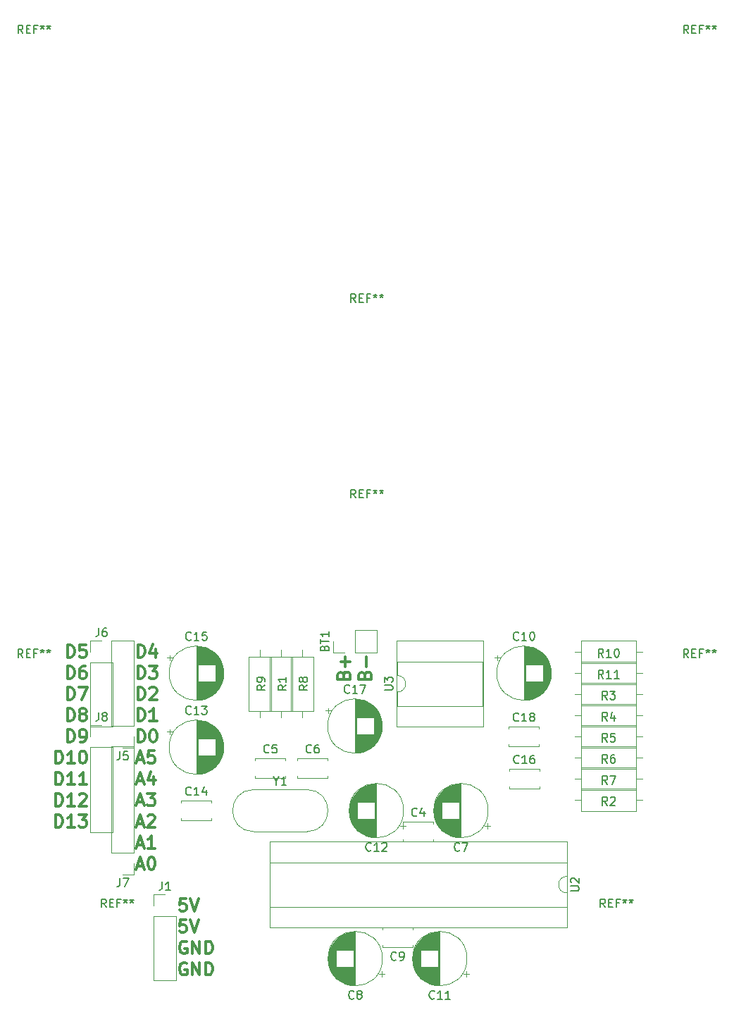
<source format=gbr>
G04 #@! TF.GenerationSoftware,KiCad,Pcbnew,(5.0.1)-3*
G04 #@! TF.CreationDate,2019-06-25T15:48:08+01:00*
G04 #@! TF.ProjectId,drumkid v3,6472756D6B69642076332E6B69636164,03*
G04 #@! TF.SameCoordinates,Original*
G04 #@! TF.FileFunction,Legend,Top*
G04 #@! TF.FilePolarity,Positive*
%FSLAX46Y46*%
G04 Gerber Fmt 4.6, Leading zero omitted, Abs format (unit mm)*
G04 Created by KiCad (PCBNEW (5.0.1)-3) date 25/06/2019 15:48:08*
%MOMM*%
%LPD*%
G01*
G04 APERTURE LIST*
%ADD10C,0.300000*%
%ADD11C,0.120000*%
%ADD12C,0.150000*%
G04 APERTURE END LIST*
D10*
X147207857Y-118327857D02*
X147279285Y-118113571D01*
X147350714Y-118042142D01*
X147493571Y-117970714D01*
X147707857Y-117970714D01*
X147850714Y-118042142D01*
X147922142Y-118113571D01*
X147993571Y-118256428D01*
X147993571Y-118827857D01*
X146493571Y-118827857D01*
X146493571Y-118327857D01*
X146565000Y-118185000D01*
X146636428Y-118113571D01*
X146779285Y-118042142D01*
X146922142Y-118042142D01*
X147065000Y-118113571D01*
X147136428Y-118185000D01*
X147207857Y-118327857D01*
X147207857Y-118827857D01*
X147422142Y-117327857D02*
X147422142Y-116185000D01*
X147993571Y-116756428D02*
X146850714Y-116756428D01*
X149757857Y-118327857D02*
X149829285Y-118113571D01*
X149900714Y-118042142D01*
X150043571Y-117970714D01*
X150257857Y-117970714D01*
X150400714Y-118042142D01*
X150472142Y-118113571D01*
X150543571Y-118256428D01*
X150543571Y-118827857D01*
X149043571Y-118827857D01*
X149043571Y-118327857D01*
X149115000Y-118185000D01*
X149186428Y-118113571D01*
X149329285Y-118042142D01*
X149472142Y-118042142D01*
X149615000Y-118113571D01*
X149686428Y-118185000D01*
X149757857Y-118327857D01*
X149757857Y-118827857D01*
X149972142Y-117327857D02*
X149972142Y-116185000D01*
X128266428Y-145213571D02*
X127552142Y-145213571D01*
X127480714Y-145927857D01*
X127552142Y-145856428D01*
X127695000Y-145785000D01*
X128052142Y-145785000D01*
X128195000Y-145856428D01*
X128266428Y-145927857D01*
X128337857Y-146070714D01*
X128337857Y-146427857D01*
X128266428Y-146570714D01*
X128195000Y-146642142D01*
X128052142Y-146713571D01*
X127695000Y-146713571D01*
X127552142Y-146642142D01*
X127480714Y-146570714D01*
X128766428Y-145213571D02*
X129266428Y-146713571D01*
X129766428Y-145213571D01*
X128266428Y-147763571D02*
X127552142Y-147763571D01*
X127480714Y-148477857D01*
X127552142Y-148406428D01*
X127695000Y-148335000D01*
X128052142Y-148335000D01*
X128195000Y-148406428D01*
X128266428Y-148477857D01*
X128337857Y-148620714D01*
X128337857Y-148977857D01*
X128266428Y-149120714D01*
X128195000Y-149192142D01*
X128052142Y-149263571D01*
X127695000Y-149263571D01*
X127552142Y-149192142D01*
X127480714Y-149120714D01*
X128766428Y-147763571D02*
X129266428Y-149263571D01*
X129766428Y-147763571D01*
X128337857Y-150385000D02*
X128195000Y-150313571D01*
X127980714Y-150313571D01*
X127766428Y-150385000D01*
X127623571Y-150527857D01*
X127552142Y-150670714D01*
X127480714Y-150956428D01*
X127480714Y-151170714D01*
X127552142Y-151456428D01*
X127623571Y-151599285D01*
X127766428Y-151742142D01*
X127980714Y-151813571D01*
X128123571Y-151813571D01*
X128337857Y-151742142D01*
X128409285Y-151670714D01*
X128409285Y-151170714D01*
X128123571Y-151170714D01*
X129052142Y-151813571D02*
X129052142Y-150313571D01*
X129909285Y-151813571D01*
X129909285Y-150313571D01*
X130623571Y-151813571D02*
X130623571Y-150313571D01*
X130980714Y-150313571D01*
X131195000Y-150385000D01*
X131337857Y-150527857D01*
X131409285Y-150670714D01*
X131480714Y-150956428D01*
X131480714Y-151170714D01*
X131409285Y-151456428D01*
X131337857Y-151599285D01*
X131195000Y-151742142D01*
X130980714Y-151813571D01*
X130623571Y-151813571D01*
X128337857Y-152935000D02*
X128195000Y-152863571D01*
X127980714Y-152863571D01*
X127766428Y-152935000D01*
X127623571Y-153077857D01*
X127552142Y-153220714D01*
X127480714Y-153506428D01*
X127480714Y-153720714D01*
X127552142Y-154006428D01*
X127623571Y-154149285D01*
X127766428Y-154292142D01*
X127980714Y-154363571D01*
X128123571Y-154363571D01*
X128337857Y-154292142D01*
X128409285Y-154220714D01*
X128409285Y-153720714D01*
X128123571Y-153720714D01*
X129052142Y-154363571D02*
X129052142Y-152863571D01*
X129909285Y-154363571D01*
X129909285Y-152863571D01*
X130623571Y-154363571D02*
X130623571Y-152863571D01*
X130980714Y-152863571D01*
X131195000Y-152935000D01*
X131337857Y-153077857D01*
X131409285Y-153220714D01*
X131480714Y-153506428D01*
X131480714Y-153720714D01*
X131409285Y-154006428D01*
X131337857Y-154149285D01*
X131195000Y-154292142D01*
X130980714Y-154363571D01*
X130623571Y-154363571D01*
X122472142Y-116198571D02*
X122472142Y-114698571D01*
X122829285Y-114698571D01*
X123043571Y-114770000D01*
X123186428Y-114912857D01*
X123257857Y-115055714D01*
X123329285Y-115341428D01*
X123329285Y-115555714D01*
X123257857Y-115841428D01*
X123186428Y-115984285D01*
X123043571Y-116127142D01*
X122829285Y-116198571D01*
X122472142Y-116198571D01*
X124615000Y-115198571D02*
X124615000Y-116198571D01*
X124257857Y-114627142D02*
X123900714Y-115698571D01*
X124829285Y-115698571D01*
X122472142Y-118748571D02*
X122472142Y-117248571D01*
X122829285Y-117248571D01*
X123043571Y-117320000D01*
X123186428Y-117462857D01*
X123257857Y-117605714D01*
X123329285Y-117891428D01*
X123329285Y-118105714D01*
X123257857Y-118391428D01*
X123186428Y-118534285D01*
X123043571Y-118677142D01*
X122829285Y-118748571D01*
X122472142Y-118748571D01*
X123829285Y-117248571D02*
X124757857Y-117248571D01*
X124257857Y-117820000D01*
X124472142Y-117820000D01*
X124615000Y-117891428D01*
X124686428Y-117962857D01*
X124757857Y-118105714D01*
X124757857Y-118462857D01*
X124686428Y-118605714D01*
X124615000Y-118677142D01*
X124472142Y-118748571D01*
X124043571Y-118748571D01*
X123900714Y-118677142D01*
X123829285Y-118605714D01*
X122472142Y-121298571D02*
X122472142Y-119798571D01*
X122829285Y-119798571D01*
X123043571Y-119870000D01*
X123186428Y-120012857D01*
X123257857Y-120155714D01*
X123329285Y-120441428D01*
X123329285Y-120655714D01*
X123257857Y-120941428D01*
X123186428Y-121084285D01*
X123043571Y-121227142D01*
X122829285Y-121298571D01*
X122472142Y-121298571D01*
X123900714Y-119941428D02*
X123972142Y-119870000D01*
X124115000Y-119798571D01*
X124472142Y-119798571D01*
X124615000Y-119870000D01*
X124686428Y-119941428D01*
X124757857Y-120084285D01*
X124757857Y-120227142D01*
X124686428Y-120441428D01*
X123829285Y-121298571D01*
X124757857Y-121298571D01*
X122472142Y-123848571D02*
X122472142Y-122348571D01*
X122829285Y-122348571D01*
X123043571Y-122420000D01*
X123186428Y-122562857D01*
X123257857Y-122705714D01*
X123329285Y-122991428D01*
X123329285Y-123205714D01*
X123257857Y-123491428D01*
X123186428Y-123634285D01*
X123043571Y-123777142D01*
X122829285Y-123848571D01*
X122472142Y-123848571D01*
X124757857Y-123848571D02*
X123900714Y-123848571D01*
X124329285Y-123848571D02*
X124329285Y-122348571D01*
X124186428Y-122562857D01*
X124043571Y-122705714D01*
X123900714Y-122777142D01*
X122472142Y-126398571D02*
X122472142Y-124898571D01*
X122829285Y-124898571D01*
X123043571Y-124970000D01*
X123186428Y-125112857D01*
X123257857Y-125255714D01*
X123329285Y-125541428D01*
X123329285Y-125755714D01*
X123257857Y-126041428D01*
X123186428Y-126184285D01*
X123043571Y-126327142D01*
X122829285Y-126398571D01*
X122472142Y-126398571D01*
X124257857Y-124898571D02*
X124400714Y-124898571D01*
X124543571Y-124970000D01*
X124615000Y-125041428D01*
X124686428Y-125184285D01*
X124757857Y-125470000D01*
X124757857Y-125827142D01*
X124686428Y-126112857D01*
X124615000Y-126255714D01*
X124543571Y-126327142D01*
X124400714Y-126398571D01*
X124257857Y-126398571D01*
X124115000Y-126327142D01*
X124043571Y-126255714D01*
X123972142Y-126112857D01*
X123900714Y-125827142D01*
X123900714Y-125470000D01*
X123972142Y-125184285D01*
X124043571Y-125041428D01*
X124115000Y-124970000D01*
X124257857Y-124898571D01*
X122400714Y-128520000D02*
X123115000Y-128520000D01*
X122257857Y-128948571D02*
X122757857Y-127448571D01*
X123257857Y-128948571D01*
X124472142Y-127448571D02*
X123757857Y-127448571D01*
X123686428Y-128162857D01*
X123757857Y-128091428D01*
X123900714Y-128020000D01*
X124257857Y-128020000D01*
X124400714Y-128091428D01*
X124472142Y-128162857D01*
X124543571Y-128305714D01*
X124543571Y-128662857D01*
X124472142Y-128805714D01*
X124400714Y-128877142D01*
X124257857Y-128948571D01*
X123900714Y-128948571D01*
X123757857Y-128877142D01*
X123686428Y-128805714D01*
X122400714Y-131070000D02*
X123115000Y-131070000D01*
X122257857Y-131498571D02*
X122757857Y-129998571D01*
X123257857Y-131498571D01*
X124400714Y-130498571D02*
X124400714Y-131498571D01*
X124043571Y-129927142D02*
X123686428Y-130998571D01*
X124615000Y-130998571D01*
X122400714Y-133620000D02*
X123115000Y-133620000D01*
X122257857Y-134048571D02*
X122757857Y-132548571D01*
X123257857Y-134048571D01*
X123615000Y-132548571D02*
X124543571Y-132548571D01*
X124043571Y-133120000D01*
X124257857Y-133120000D01*
X124400714Y-133191428D01*
X124472142Y-133262857D01*
X124543571Y-133405714D01*
X124543571Y-133762857D01*
X124472142Y-133905714D01*
X124400714Y-133977142D01*
X124257857Y-134048571D01*
X123829285Y-134048571D01*
X123686428Y-133977142D01*
X123615000Y-133905714D01*
X122400714Y-136170000D02*
X123115000Y-136170000D01*
X122257857Y-136598571D02*
X122757857Y-135098571D01*
X123257857Y-136598571D01*
X123686428Y-135241428D02*
X123757857Y-135170000D01*
X123900714Y-135098571D01*
X124257857Y-135098571D01*
X124400714Y-135170000D01*
X124472142Y-135241428D01*
X124543571Y-135384285D01*
X124543571Y-135527142D01*
X124472142Y-135741428D01*
X123615000Y-136598571D01*
X124543571Y-136598571D01*
X122400714Y-138720000D02*
X123115000Y-138720000D01*
X122257857Y-139148571D02*
X122757857Y-137648571D01*
X123257857Y-139148571D01*
X124543571Y-139148571D02*
X123686428Y-139148571D01*
X124115000Y-139148571D02*
X124115000Y-137648571D01*
X123972142Y-137862857D01*
X123829285Y-138005714D01*
X123686428Y-138077142D01*
X122400714Y-141270000D02*
X123115000Y-141270000D01*
X122257857Y-141698571D02*
X122757857Y-140198571D01*
X123257857Y-141698571D01*
X124043571Y-140198571D02*
X124186428Y-140198571D01*
X124329285Y-140270000D01*
X124400714Y-140341428D01*
X124472142Y-140484285D01*
X124543571Y-140770000D01*
X124543571Y-141127142D01*
X124472142Y-141412857D01*
X124400714Y-141555714D01*
X124329285Y-141627142D01*
X124186428Y-141698571D01*
X124043571Y-141698571D01*
X123900714Y-141627142D01*
X123829285Y-141555714D01*
X123757857Y-141412857D01*
X123686428Y-141127142D01*
X123686428Y-140770000D01*
X123757857Y-140484285D01*
X123829285Y-140341428D01*
X123900714Y-140270000D01*
X124043571Y-140198571D01*
X114013571Y-116208571D02*
X114013571Y-114708571D01*
X114370714Y-114708571D01*
X114585000Y-114780000D01*
X114727857Y-114922857D01*
X114799285Y-115065714D01*
X114870714Y-115351428D01*
X114870714Y-115565714D01*
X114799285Y-115851428D01*
X114727857Y-115994285D01*
X114585000Y-116137142D01*
X114370714Y-116208571D01*
X114013571Y-116208571D01*
X116227857Y-114708571D02*
X115513571Y-114708571D01*
X115442142Y-115422857D01*
X115513571Y-115351428D01*
X115656428Y-115280000D01*
X116013571Y-115280000D01*
X116156428Y-115351428D01*
X116227857Y-115422857D01*
X116299285Y-115565714D01*
X116299285Y-115922857D01*
X116227857Y-116065714D01*
X116156428Y-116137142D01*
X116013571Y-116208571D01*
X115656428Y-116208571D01*
X115513571Y-116137142D01*
X115442142Y-116065714D01*
X114013571Y-118758571D02*
X114013571Y-117258571D01*
X114370714Y-117258571D01*
X114585000Y-117330000D01*
X114727857Y-117472857D01*
X114799285Y-117615714D01*
X114870714Y-117901428D01*
X114870714Y-118115714D01*
X114799285Y-118401428D01*
X114727857Y-118544285D01*
X114585000Y-118687142D01*
X114370714Y-118758571D01*
X114013571Y-118758571D01*
X116156428Y-117258571D02*
X115870714Y-117258571D01*
X115727857Y-117330000D01*
X115656428Y-117401428D01*
X115513571Y-117615714D01*
X115442142Y-117901428D01*
X115442142Y-118472857D01*
X115513571Y-118615714D01*
X115585000Y-118687142D01*
X115727857Y-118758571D01*
X116013571Y-118758571D01*
X116156428Y-118687142D01*
X116227857Y-118615714D01*
X116299285Y-118472857D01*
X116299285Y-118115714D01*
X116227857Y-117972857D01*
X116156428Y-117901428D01*
X116013571Y-117830000D01*
X115727857Y-117830000D01*
X115585000Y-117901428D01*
X115513571Y-117972857D01*
X115442142Y-118115714D01*
X114013571Y-121308571D02*
X114013571Y-119808571D01*
X114370714Y-119808571D01*
X114585000Y-119880000D01*
X114727857Y-120022857D01*
X114799285Y-120165714D01*
X114870714Y-120451428D01*
X114870714Y-120665714D01*
X114799285Y-120951428D01*
X114727857Y-121094285D01*
X114585000Y-121237142D01*
X114370714Y-121308571D01*
X114013571Y-121308571D01*
X115370714Y-119808571D02*
X116370714Y-119808571D01*
X115727857Y-121308571D01*
X114013571Y-123858571D02*
X114013571Y-122358571D01*
X114370714Y-122358571D01*
X114585000Y-122430000D01*
X114727857Y-122572857D01*
X114799285Y-122715714D01*
X114870714Y-123001428D01*
X114870714Y-123215714D01*
X114799285Y-123501428D01*
X114727857Y-123644285D01*
X114585000Y-123787142D01*
X114370714Y-123858571D01*
X114013571Y-123858571D01*
X115727857Y-123001428D02*
X115585000Y-122930000D01*
X115513571Y-122858571D01*
X115442142Y-122715714D01*
X115442142Y-122644285D01*
X115513571Y-122501428D01*
X115585000Y-122430000D01*
X115727857Y-122358571D01*
X116013571Y-122358571D01*
X116156428Y-122430000D01*
X116227857Y-122501428D01*
X116299285Y-122644285D01*
X116299285Y-122715714D01*
X116227857Y-122858571D01*
X116156428Y-122930000D01*
X116013571Y-123001428D01*
X115727857Y-123001428D01*
X115585000Y-123072857D01*
X115513571Y-123144285D01*
X115442142Y-123287142D01*
X115442142Y-123572857D01*
X115513571Y-123715714D01*
X115585000Y-123787142D01*
X115727857Y-123858571D01*
X116013571Y-123858571D01*
X116156428Y-123787142D01*
X116227857Y-123715714D01*
X116299285Y-123572857D01*
X116299285Y-123287142D01*
X116227857Y-123144285D01*
X116156428Y-123072857D01*
X116013571Y-123001428D01*
X114013571Y-126408571D02*
X114013571Y-124908571D01*
X114370714Y-124908571D01*
X114585000Y-124980000D01*
X114727857Y-125122857D01*
X114799285Y-125265714D01*
X114870714Y-125551428D01*
X114870714Y-125765714D01*
X114799285Y-126051428D01*
X114727857Y-126194285D01*
X114585000Y-126337142D01*
X114370714Y-126408571D01*
X114013571Y-126408571D01*
X115585000Y-126408571D02*
X115870714Y-126408571D01*
X116013571Y-126337142D01*
X116085000Y-126265714D01*
X116227857Y-126051428D01*
X116299285Y-125765714D01*
X116299285Y-125194285D01*
X116227857Y-125051428D01*
X116156428Y-124980000D01*
X116013571Y-124908571D01*
X115727857Y-124908571D01*
X115585000Y-124980000D01*
X115513571Y-125051428D01*
X115442142Y-125194285D01*
X115442142Y-125551428D01*
X115513571Y-125694285D01*
X115585000Y-125765714D01*
X115727857Y-125837142D01*
X116013571Y-125837142D01*
X116156428Y-125765714D01*
X116227857Y-125694285D01*
X116299285Y-125551428D01*
X112585000Y-128958571D02*
X112585000Y-127458571D01*
X112942142Y-127458571D01*
X113156428Y-127530000D01*
X113299285Y-127672857D01*
X113370714Y-127815714D01*
X113442142Y-128101428D01*
X113442142Y-128315714D01*
X113370714Y-128601428D01*
X113299285Y-128744285D01*
X113156428Y-128887142D01*
X112942142Y-128958571D01*
X112585000Y-128958571D01*
X114870714Y-128958571D02*
X114013571Y-128958571D01*
X114442142Y-128958571D02*
X114442142Y-127458571D01*
X114299285Y-127672857D01*
X114156428Y-127815714D01*
X114013571Y-127887142D01*
X115799285Y-127458571D02*
X115942142Y-127458571D01*
X116085000Y-127530000D01*
X116156428Y-127601428D01*
X116227857Y-127744285D01*
X116299285Y-128030000D01*
X116299285Y-128387142D01*
X116227857Y-128672857D01*
X116156428Y-128815714D01*
X116085000Y-128887142D01*
X115942142Y-128958571D01*
X115799285Y-128958571D01*
X115656428Y-128887142D01*
X115585000Y-128815714D01*
X115513571Y-128672857D01*
X115442142Y-128387142D01*
X115442142Y-128030000D01*
X115513571Y-127744285D01*
X115585000Y-127601428D01*
X115656428Y-127530000D01*
X115799285Y-127458571D01*
X112585000Y-131508571D02*
X112585000Y-130008571D01*
X112942142Y-130008571D01*
X113156428Y-130080000D01*
X113299285Y-130222857D01*
X113370714Y-130365714D01*
X113442142Y-130651428D01*
X113442142Y-130865714D01*
X113370714Y-131151428D01*
X113299285Y-131294285D01*
X113156428Y-131437142D01*
X112942142Y-131508571D01*
X112585000Y-131508571D01*
X114870714Y-131508571D02*
X114013571Y-131508571D01*
X114442142Y-131508571D02*
X114442142Y-130008571D01*
X114299285Y-130222857D01*
X114156428Y-130365714D01*
X114013571Y-130437142D01*
X116299285Y-131508571D02*
X115442142Y-131508571D01*
X115870714Y-131508571D02*
X115870714Y-130008571D01*
X115727857Y-130222857D01*
X115585000Y-130365714D01*
X115442142Y-130437142D01*
X112585000Y-134058571D02*
X112585000Y-132558571D01*
X112942142Y-132558571D01*
X113156428Y-132630000D01*
X113299285Y-132772857D01*
X113370714Y-132915714D01*
X113442142Y-133201428D01*
X113442142Y-133415714D01*
X113370714Y-133701428D01*
X113299285Y-133844285D01*
X113156428Y-133987142D01*
X112942142Y-134058571D01*
X112585000Y-134058571D01*
X114870714Y-134058571D02*
X114013571Y-134058571D01*
X114442142Y-134058571D02*
X114442142Y-132558571D01*
X114299285Y-132772857D01*
X114156428Y-132915714D01*
X114013571Y-132987142D01*
X115442142Y-132701428D02*
X115513571Y-132630000D01*
X115656428Y-132558571D01*
X116013571Y-132558571D01*
X116156428Y-132630000D01*
X116227857Y-132701428D01*
X116299285Y-132844285D01*
X116299285Y-132987142D01*
X116227857Y-133201428D01*
X115370714Y-134058571D01*
X116299285Y-134058571D01*
X112585000Y-136608571D02*
X112585000Y-135108571D01*
X112942142Y-135108571D01*
X113156428Y-135180000D01*
X113299285Y-135322857D01*
X113370714Y-135465714D01*
X113442142Y-135751428D01*
X113442142Y-135965714D01*
X113370714Y-136251428D01*
X113299285Y-136394285D01*
X113156428Y-136537142D01*
X112942142Y-136608571D01*
X112585000Y-136608571D01*
X114870714Y-136608571D02*
X114013571Y-136608571D01*
X114442142Y-136608571D02*
X114442142Y-135108571D01*
X114299285Y-135322857D01*
X114156428Y-135465714D01*
X114013571Y-135537142D01*
X115370714Y-135108571D02*
X116299285Y-135108571D01*
X115799285Y-135680000D01*
X116013571Y-135680000D01*
X116156428Y-135751428D01*
X116227857Y-135822857D01*
X116299285Y-135965714D01*
X116299285Y-136322857D01*
X116227857Y-136465714D01*
X116156428Y-136537142D01*
X116013571Y-136608571D01*
X115585000Y-136608571D01*
X115442142Y-136537142D01*
X115370714Y-136465714D01*
D11*
G04 #@! TO.C,C10*
X165704759Y-115956000D02*
X165704759Y-116586000D01*
X165389759Y-116271000D02*
X166019759Y-116271000D01*
X172131000Y-117708000D02*
X172131000Y-118512000D01*
X172091000Y-117477000D02*
X172091000Y-118743000D01*
X172051000Y-117308000D02*
X172051000Y-118912000D01*
X172011000Y-117170000D02*
X172011000Y-119050000D01*
X171971000Y-117051000D02*
X171971000Y-119169000D01*
X171931000Y-116945000D02*
X171931000Y-119275000D01*
X171891000Y-116848000D02*
X171891000Y-119372000D01*
X171851000Y-116760000D02*
X171851000Y-119460000D01*
X171811000Y-116678000D02*
X171811000Y-119542000D01*
X171771000Y-116601000D02*
X171771000Y-119619000D01*
X171731000Y-116529000D02*
X171731000Y-119691000D01*
X171691000Y-116460000D02*
X171691000Y-119760000D01*
X171651000Y-116396000D02*
X171651000Y-119824000D01*
X171611000Y-116334000D02*
X171611000Y-119886000D01*
X171571000Y-116276000D02*
X171571000Y-119944000D01*
X171531000Y-116220000D02*
X171531000Y-120000000D01*
X171491000Y-116166000D02*
X171491000Y-120054000D01*
X171451000Y-116115000D02*
X171451000Y-120105000D01*
X171411000Y-116066000D02*
X171411000Y-120154000D01*
X171371000Y-116018000D02*
X171371000Y-120202000D01*
X171331000Y-115973000D02*
X171331000Y-120247000D01*
X171291000Y-115928000D02*
X171291000Y-120292000D01*
X171251000Y-115886000D02*
X171251000Y-120334000D01*
X171211000Y-115845000D02*
X171211000Y-120375000D01*
X171171000Y-119150000D02*
X171171000Y-120415000D01*
X171171000Y-115805000D02*
X171171000Y-117070000D01*
X171131000Y-119150000D02*
X171131000Y-120453000D01*
X171131000Y-115767000D02*
X171131000Y-117070000D01*
X171091000Y-119150000D02*
X171091000Y-120490000D01*
X171091000Y-115730000D02*
X171091000Y-117070000D01*
X171051000Y-119150000D02*
X171051000Y-120526000D01*
X171051000Y-115694000D02*
X171051000Y-117070000D01*
X171011000Y-119150000D02*
X171011000Y-120560000D01*
X171011000Y-115660000D02*
X171011000Y-117070000D01*
X170971000Y-119150000D02*
X170971000Y-120594000D01*
X170971000Y-115626000D02*
X170971000Y-117070000D01*
X170931000Y-119150000D02*
X170931000Y-120626000D01*
X170931000Y-115594000D02*
X170931000Y-117070000D01*
X170891000Y-119150000D02*
X170891000Y-120658000D01*
X170891000Y-115562000D02*
X170891000Y-117070000D01*
X170851000Y-119150000D02*
X170851000Y-120688000D01*
X170851000Y-115532000D02*
X170851000Y-117070000D01*
X170811000Y-119150000D02*
X170811000Y-120717000D01*
X170811000Y-115503000D02*
X170811000Y-117070000D01*
X170771000Y-119150000D02*
X170771000Y-120746000D01*
X170771000Y-115474000D02*
X170771000Y-117070000D01*
X170731000Y-119150000D02*
X170731000Y-120774000D01*
X170731000Y-115446000D02*
X170731000Y-117070000D01*
X170691000Y-119150000D02*
X170691000Y-120800000D01*
X170691000Y-115420000D02*
X170691000Y-117070000D01*
X170651000Y-119150000D02*
X170651000Y-120826000D01*
X170651000Y-115394000D02*
X170651000Y-117070000D01*
X170611000Y-119150000D02*
X170611000Y-120852000D01*
X170611000Y-115368000D02*
X170611000Y-117070000D01*
X170571000Y-119150000D02*
X170571000Y-120876000D01*
X170571000Y-115344000D02*
X170571000Y-117070000D01*
X170531000Y-119150000D02*
X170531000Y-120900000D01*
X170531000Y-115320000D02*
X170531000Y-117070000D01*
X170491000Y-119150000D02*
X170491000Y-120922000D01*
X170491000Y-115298000D02*
X170491000Y-117070000D01*
X170451000Y-119150000D02*
X170451000Y-120944000D01*
X170451000Y-115276000D02*
X170451000Y-117070000D01*
X170411000Y-119150000D02*
X170411000Y-120966000D01*
X170411000Y-115254000D02*
X170411000Y-117070000D01*
X170371000Y-119150000D02*
X170371000Y-120986000D01*
X170371000Y-115234000D02*
X170371000Y-117070000D01*
X170331000Y-119150000D02*
X170331000Y-121006000D01*
X170331000Y-115214000D02*
X170331000Y-117070000D01*
X170291000Y-119150000D02*
X170291000Y-121026000D01*
X170291000Y-115194000D02*
X170291000Y-117070000D01*
X170251000Y-119150000D02*
X170251000Y-121044000D01*
X170251000Y-115176000D02*
X170251000Y-117070000D01*
X170211000Y-119150000D02*
X170211000Y-121062000D01*
X170211000Y-115158000D02*
X170211000Y-117070000D01*
X170171000Y-119150000D02*
X170171000Y-121080000D01*
X170171000Y-115140000D02*
X170171000Y-117070000D01*
X170131000Y-119150000D02*
X170131000Y-121096000D01*
X170131000Y-115124000D02*
X170131000Y-117070000D01*
X170091000Y-119150000D02*
X170091000Y-121112000D01*
X170091000Y-115108000D02*
X170091000Y-117070000D01*
X170051000Y-119150000D02*
X170051000Y-121128000D01*
X170051000Y-115092000D02*
X170051000Y-117070000D01*
X170011000Y-119150000D02*
X170011000Y-121143000D01*
X170011000Y-115077000D02*
X170011000Y-117070000D01*
X169971000Y-119150000D02*
X169971000Y-121157000D01*
X169971000Y-115063000D02*
X169971000Y-117070000D01*
X169931000Y-119150000D02*
X169931000Y-121171000D01*
X169931000Y-115049000D02*
X169931000Y-117070000D01*
X169891000Y-119150000D02*
X169891000Y-121184000D01*
X169891000Y-115036000D02*
X169891000Y-117070000D01*
X169851000Y-119150000D02*
X169851000Y-121196000D01*
X169851000Y-115024000D02*
X169851000Y-117070000D01*
X169811000Y-119150000D02*
X169811000Y-121208000D01*
X169811000Y-115012000D02*
X169811000Y-117070000D01*
X169771000Y-119150000D02*
X169771000Y-121220000D01*
X169771000Y-115000000D02*
X169771000Y-117070000D01*
X169731000Y-119150000D02*
X169731000Y-121231000D01*
X169731000Y-114989000D02*
X169731000Y-117070000D01*
X169691000Y-119150000D02*
X169691000Y-121241000D01*
X169691000Y-114979000D02*
X169691000Y-117070000D01*
X169651000Y-119150000D02*
X169651000Y-121251000D01*
X169651000Y-114969000D02*
X169651000Y-117070000D01*
X169611000Y-119150000D02*
X169611000Y-121260000D01*
X169611000Y-114960000D02*
X169611000Y-117070000D01*
X169570000Y-119150000D02*
X169570000Y-121269000D01*
X169570000Y-114951000D02*
X169570000Y-117070000D01*
X169530000Y-119150000D02*
X169530000Y-121277000D01*
X169530000Y-114943000D02*
X169530000Y-117070000D01*
X169490000Y-119150000D02*
X169490000Y-121285000D01*
X169490000Y-114935000D02*
X169490000Y-117070000D01*
X169450000Y-119150000D02*
X169450000Y-121292000D01*
X169450000Y-114928000D02*
X169450000Y-117070000D01*
X169410000Y-119150000D02*
X169410000Y-121299000D01*
X169410000Y-114921000D02*
X169410000Y-117070000D01*
X169370000Y-119150000D02*
X169370000Y-121305000D01*
X169370000Y-114915000D02*
X169370000Y-117070000D01*
X169330000Y-119150000D02*
X169330000Y-121311000D01*
X169330000Y-114909000D02*
X169330000Y-117070000D01*
X169290000Y-119150000D02*
X169290000Y-121316000D01*
X169290000Y-114904000D02*
X169290000Y-117070000D01*
X169250000Y-119150000D02*
X169250000Y-121321000D01*
X169250000Y-114899000D02*
X169250000Y-117070000D01*
X169210000Y-119150000D02*
X169210000Y-121325000D01*
X169210000Y-114895000D02*
X169210000Y-117070000D01*
X169170000Y-119150000D02*
X169170000Y-121328000D01*
X169170000Y-114892000D02*
X169170000Y-117070000D01*
X169130000Y-119150000D02*
X169130000Y-121332000D01*
X169130000Y-114888000D02*
X169130000Y-117070000D01*
X169090000Y-114886000D02*
X169090000Y-121334000D01*
X169050000Y-114883000D02*
X169050000Y-121337000D01*
X169010000Y-114882000D02*
X169010000Y-121338000D01*
X168970000Y-114880000D02*
X168970000Y-121340000D01*
X168930000Y-114880000D02*
X168930000Y-121340000D01*
X168890000Y-114880000D02*
X168890000Y-121340000D01*
X172160000Y-118110000D02*
G75*
G03X172160000Y-118110000I-3270000J0D01*
G01*
G04 #@! TO.C,BT1*
X151190000Y-115630000D02*
X151190000Y-112970000D01*
X148590000Y-115630000D02*
X151190000Y-115630000D01*
X148590000Y-112970000D02*
X151190000Y-112970000D01*
X148590000Y-115630000D02*
X148590000Y-112970000D01*
X147320000Y-115630000D02*
X145990000Y-115630000D01*
X145990000Y-115630000D02*
X145990000Y-114300000D01*
G04 #@! TO.C,C8*
X151795241Y-154554000D02*
X151795241Y-153924000D01*
X152110241Y-154239000D02*
X151480241Y-154239000D01*
X145369000Y-152802000D02*
X145369000Y-151998000D01*
X145409000Y-153033000D02*
X145409000Y-151767000D01*
X145449000Y-153202000D02*
X145449000Y-151598000D01*
X145489000Y-153340000D02*
X145489000Y-151460000D01*
X145529000Y-153459000D02*
X145529000Y-151341000D01*
X145569000Y-153565000D02*
X145569000Y-151235000D01*
X145609000Y-153662000D02*
X145609000Y-151138000D01*
X145649000Y-153750000D02*
X145649000Y-151050000D01*
X145689000Y-153832000D02*
X145689000Y-150968000D01*
X145729000Y-153909000D02*
X145729000Y-150891000D01*
X145769000Y-153981000D02*
X145769000Y-150819000D01*
X145809000Y-154050000D02*
X145809000Y-150750000D01*
X145849000Y-154114000D02*
X145849000Y-150686000D01*
X145889000Y-154176000D02*
X145889000Y-150624000D01*
X145929000Y-154234000D02*
X145929000Y-150566000D01*
X145969000Y-154290000D02*
X145969000Y-150510000D01*
X146009000Y-154344000D02*
X146009000Y-150456000D01*
X146049000Y-154395000D02*
X146049000Y-150405000D01*
X146089000Y-154444000D02*
X146089000Y-150356000D01*
X146129000Y-154492000D02*
X146129000Y-150308000D01*
X146169000Y-154537000D02*
X146169000Y-150263000D01*
X146209000Y-154582000D02*
X146209000Y-150218000D01*
X146249000Y-154624000D02*
X146249000Y-150176000D01*
X146289000Y-154665000D02*
X146289000Y-150135000D01*
X146329000Y-151360000D02*
X146329000Y-150095000D01*
X146329000Y-154705000D02*
X146329000Y-153440000D01*
X146369000Y-151360000D02*
X146369000Y-150057000D01*
X146369000Y-154743000D02*
X146369000Y-153440000D01*
X146409000Y-151360000D02*
X146409000Y-150020000D01*
X146409000Y-154780000D02*
X146409000Y-153440000D01*
X146449000Y-151360000D02*
X146449000Y-149984000D01*
X146449000Y-154816000D02*
X146449000Y-153440000D01*
X146489000Y-151360000D02*
X146489000Y-149950000D01*
X146489000Y-154850000D02*
X146489000Y-153440000D01*
X146529000Y-151360000D02*
X146529000Y-149916000D01*
X146529000Y-154884000D02*
X146529000Y-153440000D01*
X146569000Y-151360000D02*
X146569000Y-149884000D01*
X146569000Y-154916000D02*
X146569000Y-153440000D01*
X146609000Y-151360000D02*
X146609000Y-149852000D01*
X146609000Y-154948000D02*
X146609000Y-153440000D01*
X146649000Y-151360000D02*
X146649000Y-149822000D01*
X146649000Y-154978000D02*
X146649000Y-153440000D01*
X146689000Y-151360000D02*
X146689000Y-149793000D01*
X146689000Y-155007000D02*
X146689000Y-153440000D01*
X146729000Y-151360000D02*
X146729000Y-149764000D01*
X146729000Y-155036000D02*
X146729000Y-153440000D01*
X146769000Y-151360000D02*
X146769000Y-149736000D01*
X146769000Y-155064000D02*
X146769000Y-153440000D01*
X146809000Y-151360000D02*
X146809000Y-149710000D01*
X146809000Y-155090000D02*
X146809000Y-153440000D01*
X146849000Y-151360000D02*
X146849000Y-149684000D01*
X146849000Y-155116000D02*
X146849000Y-153440000D01*
X146889000Y-151360000D02*
X146889000Y-149658000D01*
X146889000Y-155142000D02*
X146889000Y-153440000D01*
X146929000Y-151360000D02*
X146929000Y-149634000D01*
X146929000Y-155166000D02*
X146929000Y-153440000D01*
X146969000Y-151360000D02*
X146969000Y-149610000D01*
X146969000Y-155190000D02*
X146969000Y-153440000D01*
X147009000Y-151360000D02*
X147009000Y-149588000D01*
X147009000Y-155212000D02*
X147009000Y-153440000D01*
X147049000Y-151360000D02*
X147049000Y-149566000D01*
X147049000Y-155234000D02*
X147049000Y-153440000D01*
X147089000Y-151360000D02*
X147089000Y-149544000D01*
X147089000Y-155256000D02*
X147089000Y-153440000D01*
X147129000Y-151360000D02*
X147129000Y-149524000D01*
X147129000Y-155276000D02*
X147129000Y-153440000D01*
X147169000Y-151360000D02*
X147169000Y-149504000D01*
X147169000Y-155296000D02*
X147169000Y-153440000D01*
X147209000Y-151360000D02*
X147209000Y-149484000D01*
X147209000Y-155316000D02*
X147209000Y-153440000D01*
X147249000Y-151360000D02*
X147249000Y-149466000D01*
X147249000Y-155334000D02*
X147249000Y-153440000D01*
X147289000Y-151360000D02*
X147289000Y-149448000D01*
X147289000Y-155352000D02*
X147289000Y-153440000D01*
X147329000Y-151360000D02*
X147329000Y-149430000D01*
X147329000Y-155370000D02*
X147329000Y-153440000D01*
X147369000Y-151360000D02*
X147369000Y-149414000D01*
X147369000Y-155386000D02*
X147369000Y-153440000D01*
X147409000Y-151360000D02*
X147409000Y-149398000D01*
X147409000Y-155402000D02*
X147409000Y-153440000D01*
X147449000Y-151360000D02*
X147449000Y-149382000D01*
X147449000Y-155418000D02*
X147449000Y-153440000D01*
X147489000Y-151360000D02*
X147489000Y-149367000D01*
X147489000Y-155433000D02*
X147489000Y-153440000D01*
X147529000Y-151360000D02*
X147529000Y-149353000D01*
X147529000Y-155447000D02*
X147529000Y-153440000D01*
X147569000Y-151360000D02*
X147569000Y-149339000D01*
X147569000Y-155461000D02*
X147569000Y-153440000D01*
X147609000Y-151360000D02*
X147609000Y-149326000D01*
X147609000Y-155474000D02*
X147609000Y-153440000D01*
X147649000Y-151360000D02*
X147649000Y-149314000D01*
X147649000Y-155486000D02*
X147649000Y-153440000D01*
X147689000Y-151360000D02*
X147689000Y-149302000D01*
X147689000Y-155498000D02*
X147689000Y-153440000D01*
X147729000Y-151360000D02*
X147729000Y-149290000D01*
X147729000Y-155510000D02*
X147729000Y-153440000D01*
X147769000Y-151360000D02*
X147769000Y-149279000D01*
X147769000Y-155521000D02*
X147769000Y-153440000D01*
X147809000Y-151360000D02*
X147809000Y-149269000D01*
X147809000Y-155531000D02*
X147809000Y-153440000D01*
X147849000Y-151360000D02*
X147849000Y-149259000D01*
X147849000Y-155541000D02*
X147849000Y-153440000D01*
X147889000Y-151360000D02*
X147889000Y-149250000D01*
X147889000Y-155550000D02*
X147889000Y-153440000D01*
X147930000Y-151360000D02*
X147930000Y-149241000D01*
X147930000Y-155559000D02*
X147930000Y-153440000D01*
X147970000Y-151360000D02*
X147970000Y-149233000D01*
X147970000Y-155567000D02*
X147970000Y-153440000D01*
X148010000Y-151360000D02*
X148010000Y-149225000D01*
X148010000Y-155575000D02*
X148010000Y-153440000D01*
X148050000Y-151360000D02*
X148050000Y-149218000D01*
X148050000Y-155582000D02*
X148050000Y-153440000D01*
X148090000Y-151360000D02*
X148090000Y-149211000D01*
X148090000Y-155589000D02*
X148090000Y-153440000D01*
X148130000Y-151360000D02*
X148130000Y-149205000D01*
X148130000Y-155595000D02*
X148130000Y-153440000D01*
X148170000Y-151360000D02*
X148170000Y-149199000D01*
X148170000Y-155601000D02*
X148170000Y-153440000D01*
X148210000Y-151360000D02*
X148210000Y-149194000D01*
X148210000Y-155606000D02*
X148210000Y-153440000D01*
X148250000Y-151360000D02*
X148250000Y-149189000D01*
X148250000Y-155611000D02*
X148250000Y-153440000D01*
X148290000Y-151360000D02*
X148290000Y-149185000D01*
X148290000Y-155615000D02*
X148290000Y-153440000D01*
X148330000Y-151360000D02*
X148330000Y-149182000D01*
X148330000Y-155618000D02*
X148330000Y-153440000D01*
X148370000Y-151360000D02*
X148370000Y-149178000D01*
X148370000Y-155622000D02*
X148370000Y-153440000D01*
X148410000Y-155624000D02*
X148410000Y-149176000D01*
X148450000Y-155627000D02*
X148450000Y-149173000D01*
X148490000Y-155628000D02*
X148490000Y-149172000D01*
X148530000Y-155630000D02*
X148530000Y-149170000D01*
X148570000Y-155630000D02*
X148570000Y-149170000D01*
X148610000Y-155630000D02*
X148610000Y-149170000D01*
X151880000Y-152400000D02*
G75*
G03X151880000Y-152400000I-3270000J0D01*
G01*
G04 #@! TO.C,C17*
X151840000Y-124460000D02*
G75*
G03X151840000Y-124460000I-3270000J0D01*
G01*
X148570000Y-121230000D02*
X148570000Y-127690000D01*
X148610000Y-121230000D02*
X148610000Y-127690000D01*
X148650000Y-121230000D02*
X148650000Y-127690000D01*
X148690000Y-121232000D02*
X148690000Y-127688000D01*
X148730000Y-121233000D02*
X148730000Y-127687000D01*
X148770000Y-121236000D02*
X148770000Y-127684000D01*
X148810000Y-121238000D02*
X148810000Y-123420000D01*
X148810000Y-125500000D02*
X148810000Y-127682000D01*
X148850000Y-121242000D02*
X148850000Y-123420000D01*
X148850000Y-125500000D02*
X148850000Y-127678000D01*
X148890000Y-121245000D02*
X148890000Y-123420000D01*
X148890000Y-125500000D02*
X148890000Y-127675000D01*
X148930000Y-121249000D02*
X148930000Y-123420000D01*
X148930000Y-125500000D02*
X148930000Y-127671000D01*
X148970000Y-121254000D02*
X148970000Y-123420000D01*
X148970000Y-125500000D02*
X148970000Y-127666000D01*
X149010000Y-121259000D02*
X149010000Y-123420000D01*
X149010000Y-125500000D02*
X149010000Y-127661000D01*
X149050000Y-121265000D02*
X149050000Y-123420000D01*
X149050000Y-125500000D02*
X149050000Y-127655000D01*
X149090000Y-121271000D02*
X149090000Y-123420000D01*
X149090000Y-125500000D02*
X149090000Y-127649000D01*
X149130000Y-121278000D02*
X149130000Y-123420000D01*
X149130000Y-125500000D02*
X149130000Y-127642000D01*
X149170000Y-121285000D02*
X149170000Y-123420000D01*
X149170000Y-125500000D02*
X149170000Y-127635000D01*
X149210000Y-121293000D02*
X149210000Y-123420000D01*
X149210000Y-125500000D02*
X149210000Y-127627000D01*
X149250000Y-121301000D02*
X149250000Y-123420000D01*
X149250000Y-125500000D02*
X149250000Y-127619000D01*
X149291000Y-121310000D02*
X149291000Y-123420000D01*
X149291000Y-125500000D02*
X149291000Y-127610000D01*
X149331000Y-121319000D02*
X149331000Y-123420000D01*
X149331000Y-125500000D02*
X149331000Y-127601000D01*
X149371000Y-121329000D02*
X149371000Y-123420000D01*
X149371000Y-125500000D02*
X149371000Y-127591000D01*
X149411000Y-121339000D02*
X149411000Y-123420000D01*
X149411000Y-125500000D02*
X149411000Y-127581000D01*
X149451000Y-121350000D02*
X149451000Y-123420000D01*
X149451000Y-125500000D02*
X149451000Y-127570000D01*
X149491000Y-121362000D02*
X149491000Y-123420000D01*
X149491000Y-125500000D02*
X149491000Y-127558000D01*
X149531000Y-121374000D02*
X149531000Y-123420000D01*
X149531000Y-125500000D02*
X149531000Y-127546000D01*
X149571000Y-121386000D02*
X149571000Y-123420000D01*
X149571000Y-125500000D02*
X149571000Y-127534000D01*
X149611000Y-121399000D02*
X149611000Y-123420000D01*
X149611000Y-125500000D02*
X149611000Y-127521000D01*
X149651000Y-121413000D02*
X149651000Y-123420000D01*
X149651000Y-125500000D02*
X149651000Y-127507000D01*
X149691000Y-121427000D02*
X149691000Y-123420000D01*
X149691000Y-125500000D02*
X149691000Y-127493000D01*
X149731000Y-121442000D02*
X149731000Y-123420000D01*
X149731000Y-125500000D02*
X149731000Y-127478000D01*
X149771000Y-121458000D02*
X149771000Y-123420000D01*
X149771000Y-125500000D02*
X149771000Y-127462000D01*
X149811000Y-121474000D02*
X149811000Y-123420000D01*
X149811000Y-125500000D02*
X149811000Y-127446000D01*
X149851000Y-121490000D02*
X149851000Y-123420000D01*
X149851000Y-125500000D02*
X149851000Y-127430000D01*
X149891000Y-121508000D02*
X149891000Y-123420000D01*
X149891000Y-125500000D02*
X149891000Y-127412000D01*
X149931000Y-121526000D02*
X149931000Y-123420000D01*
X149931000Y-125500000D02*
X149931000Y-127394000D01*
X149971000Y-121544000D02*
X149971000Y-123420000D01*
X149971000Y-125500000D02*
X149971000Y-127376000D01*
X150011000Y-121564000D02*
X150011000Y-123420000D01*
X150011000Y-125500000D02*
X150011000Y-127356000D01*
X150051000Y-121584000D02*
X150051000Y-123420000D01*
X150051000Y-125500000D02*
X150051000Y-127336000D01*
X150091000Y-121604000D02*
X150091000Y-123420000D01*
X150091000Y-125500000D02*
X150091000Y-127316000D01*
X150131000Y-121626000D02*
X150131000Y-123420000D01*
X150131000Y-125500000D02*
X150131000Y-127294000D01*
X150171000Y-121648000D02*
X150171000Y-123420000D01*
X150171000Y-125500000D02*
X150171000Y-127272000D01*
X150211000Y-121670000D02*
X150211000Y-123420000D01*
X150211000Y-125500000D02*
X150211000Y-127250000D01*
X150251000Y-121694000D02*
X150251000Y-123420000D01*
X150251000Y-125500000D02*
X150251000Y-127226000D01*
X150291000Y-121718000D02*
X150291000Y-123420000D01*
X150291000Y-125500000D02*
X150291000Y-127202000D01*
X150331000Y-121744000D02*
X150331000Y-123420000D01*
X150331000Y-125500000D02*
X150331000Y-127176000D01*
X150371000Y-121770000D02*
X150371000Y-123420000D01*
X150371000Y-125500000D02*
X150371000Y-127150000D01*
X150411000Y-121796000D02*
X150411000Y-123420000D01*
X150411000Y-125500000D02*
X150411000Y-127124000D01*
X150451000Y-121824000D02*
X150451000Y-123420000D01*
X150451000Y-125500000D02*
X150451000Y-127096000D01*
X150491000Y-121853000D02*
X150491000Y-123420000D01*
X150491000Y-125500000D02*
X150491000Y-127067000D01*
X150531000Y-121882000D02*
X150531000Y-123420000D01*
X150531000Y-125500000D02*
X150531000Y-127038000D01*
X150571000Y-121912000D02*
X150571000Y-123420000D01*
X150571000Y-125500000D02*
X150571000Y-127008000D01*
X150611000Y-121944000D02*
X150611000Y-123420000D01*
X150611000Y-125500000D02*
X150611000Y-126976000D01*
X150651000Y-121976000D02*
X150651000Y-123420000D01*
X150651000Y-125500000D02*
X150651000Y-126944000D01*
X150691000Y-122010000D02*
X150691000Y-123420000D01*
X150691000Y-125500000D02*
X150691000Y-126910000D01*
X150731000Y-122044000D02*
X150731000Y-123420000D01*
X150731000Y-125500000D02*
X150731000Y-126876000D01*
X150771000Y-122080000D02*
X150771000Y-123420000D01*
X150771000Y-125500000D02*
X150771000Y-126840000D01*
X150811000Y-122117000D02*
X150811000Y-123420000D01*
X150811000Y-125500000D02*
X150811000Y-126803000D01*
X150851000Y-122155000D02*
X150851000Y-123420000D01*
X150851000Y-125500000D02*
X150851000Y-126765000D01*
X150891000Y-122195000D02*
X150891000Y-126725000D01*
X150931000Y-122236000D02*
X150931000Y-126684000D01*
X150971000Y-122278000D02*
X150971000Y-126642000D01*
X151011000Y-122323000D02*
X151011000Y-126597000D01*
X151051000Y-122368000D02*
X151051000Y-126552000D01*
X151091000Y-122416000D02*
X151091000Y-126504000D01*
X151131000Y-122465000D02*
X151131000Y-126455000D01*
X151171000Y-122516000D02*
X151171000Y-126404000D01*
X151211000Y-122570000D02*
X151211000Y-126350000D01*
X151251000Y-122626000D02*
X151251000Y-126294000D01*
X151291000Y-122684000D02*
X151291000Y-126236000D01*
X151331000Y-122746000D02*
X151331000Y-126174000D01*
X151371000Y-122810000D02*
X151371000Y-126110000D01*
X151411000Y-122879000D02*
X151411000Y-126041000D01*
X151451000Y-122951000D02*
X151451000Y-125969000D01*
X151491000Y-123028000D02*
X151491000Y-125892000D01*
X151531000Y-123110000D02*
X151531000Y-125810000D01*
X151571000Y-123198000D02*
X151571000Y-125722000D01*
X151611000Y-123295000D02*
X151611000Y-125625000D01*
X151651000Y-123401000D02*
X151651000Y-125519000D01*
X151691000Y-123520000D02*
X151691000Y-125400000D01*
X151731000Y-123658000D02*
X151731000Y-125262000D01*
X151771000Y-123827000D02*
X151771000Y-125093000D01*
X151811000Y-124058000D02*
X151811000Y-124862000D01*
X145069759Y-122621000D02*
X145699759Y-122621000D01*
X145384759Y-122306000D02*
X145384759Y-122936000D01*
G04 #@! TO.C,C13*
X126334759Y-124846000D02*
X126334759Y-125476000D01*
X126019759Y-125161000D02*
X126649759Y-125161000D01*
X132761000Y-126598000D02*
X132761000Y-127402000D01*
X132721000Y-126367000D02*
X132721000Y-127633000D01*
X132681000Y-126198000D02*
X132681000Y-127802000D01*
X132641000Y-126060000D02*
X132641000Y-127940000D01*
X132601000Y-125941000D02*
X132601000Y-128059000D01*
X132561000Y-125835000D02*
X132561000Y-128165000D01*
X132521000Y-125738000D02*
X132521000Y-128262000D01*
X132481000Y-125650000D02*
X132481000Y-128350000D01*
X132441000Y-125568000D02*
X132441000Y-128432000D01*
X132401000Y-125491000D02*
X132401000Y-128509000D01*
X132361000Y-125419000D02*
X132361000Y-128581000D01*
X132321000Y-125350000D02*
X132321000Y-128650000D01*
X132281000Y-125286000D02*
X132281000Y-128714000D01*
X132241000Y-125224000D02*
X132241000Y-128776000D01*
X132201000Y-125166000D02*
X132201000Y-128834000D01*
X132161000Y-125110000D02*
X132161000Y-128890000D01*
X132121000Y-125056000D02*
X132121000Y-128944000D01*
X132081000Y-125005000D02*
X132081000Y-128995000D01*
X132041000Y-124956000D02*
X132041000Y-129044000D01*
X132001000Y-124908000D02*
X132001000Y-129092000D01*
X131961000Y-124863000D02*
X131961000Y-129137000D01*
X131921000Y-124818000D02*
X131921000Y-129182000D01*
X131881000Y-124776000D02*
X131881000Y-129224000D01*
X131841000Y-124735000D02*
X131841000Y-129265000D01*
X131801000Y-128040000D02*
X131801000Y-129305000D01*
X131801000Y-124695000D02*
X131801000Y-125960000D01*
X131761000Y-128040000D02*
X131761000Y-129343000D01*
X131761000Y-124657000D02*
X131761000Y-125960000D01*
X131721000Y-128040000D02*
X131721000Y-129380000D01*
X131721000Y-124620000D02*
X131721000Y-125960000D01*
X131681000Y-128040000D02*
X131681000Y-129416000D01*
X131681000Y-124584000D02*
X131681000Y-125960000D01*
X131641000Y-128040000D02*
X131641000Y-129450000D01*
X131641000Y-124550000D02*
X131641000Y-125960000D01*
X131601000Y-128040000D02*
X131601000Y-129484000D01*
X131601000Y-124516000D02*
X131601000Y-125960000D01*
X131561000Y-128040000D02*
X131561000Y-129516000D01*
X131561000Y-124484000D02*
X131561000Y-125960000D01*
X131521000Y-128040000D02*
X131521000Y-129548000D01*
X131521000Y-124452000D02*
X131521000Y-125960000D01*
X131481000Y-128040000D02*
X131481000Y-129578000D01*
X131481000Y-124422000D02*
X131481000Y-125960000D01*
X131441000Y-128040000D02*
X131441000Y-129607000D01*
X131441000Y-124393000D02*
X131441000Y-125960000D01*
X131401000Y-128040000D02*
X131401000Y-129636000D01*
X131401000Y-124364000D02*
X131401000Y-125960000D01*
X131361000Y-128040000D02*
X131361000Y-129664000D01*
X131361000Y-124336000D02*
X131361000Y-125960000D01*
X131321000Y-128040000D02*
X131321000Y-129690000D01*
X131321000Y-124310000D02*
X131321000Y-125960000D01*
X131281000Y-128040000D02*
X131281000Y-129716000D01*
X131281000Y-124284000D02*
X131281000Y-125960000D01*
X131241000Y-128040000D02*
X131241000Y-129742000D01*
X131241000Y-124258000D02*
X131241000Y-125960000D01*
X131201000Y-128040000D02*
X131201000Y-129766000D01*
X131201000Y-124234000D02*
X131201000Y-125960000D01*
X131161000Y-128040000D02*
X131161000Y-129790000D01*
X131161000Y-124210000D02*
X131161000Y-125960000D01*
X131121000Y-128040000D02*
X131121000Y-129812000D01*
X131121000Y-124188000D02*
X131121000Y-125960000D01*
X131081000Y-128040000D02*
X131081000Y-129834000D01*
X131081000Y-124166000D02*
X131081000Y-125960000D01*
X131041000Y-128040000D02*
X131041000Y-129856000D01*
X131041000Y-124144000D02*
X131041000Y-125960000D01*
X131001000Y-128040000D02*
X131001000Y-129876000D01*
X131001000Y-124124000D02*
X131001000Y-125960000D01*
X130961000Y-128040000D02*
X130961000Y-129896000D01*
X130961000Y-124104000D02*
X130961000Y-125960000D01*
X130921000Y-128040000D02*
X130921000Y-129916000D01*
X130921000Y-124084000D02*
X130921000Y-125960000D01*
X130881000Y-128040000D02*
X130881000Y-129934000D01*
X130881000Y-124066000D02*
X130881000Y-125960000D01*
X130841000Y-128040000D02*
X130841000Y-129952000D01*
X130841000Y-124048000D02*
X130841000Y-125960000D01*
X130801000Y-128040000D02*
X130801000Y-129970000D01*
X130801000Y-124030000D02*
X130801000Y-125960000D01*
X130761000Y-128040000D02*
X130761000Y-129986000D01*
X130761000Y-124014000D02*
X130761000Y-125960000D01*
X130721000Y-128040000D02*
X130721000Y-130002000D01*
X130721000Y-123998000D02*
X130721000Y-125960000D01*
X130681000Y-128040000D02*
X130681000Y-130018000D01*
X130681000Y-123982000D02*
X130681000Y-125960000D01*
X130641000Y-128040000D02*
X130641000Y-130033000D01*
X130641000Y-123967000D02*
X130641000Y-125960000D01*
X130601000Y-128040000D02*
X130601000Y-130047000D01*
X130601000Y-123953000D02*
X130601000Y-125960000D01*
X130561000Y-128040000D02*
X130561000Y-130061000D01*
X130561000Y-123939000D02*
X130561000Y-125960000D01*
X130521000Y-128040000D02*
X130521000Y-130074000D01*
X130521000Y-123926000D02*
X130521000Y-125960000D01*
X130481000Y-128040000D02*
X130481000Y-130086000D01*
X130481000Y-123914000D02*
X130481000Y-125960000D01*
X130441000Y-128040000D02*
X130441000Y-130098000D01*
X130441000Y-123902000D02*
X130441000Y-125960000D01*
X130401000Y-128040000D02*
X130401000Y-130110000D01*
X130401000Y-123890000D02*
X130401000Y-125960000D01*
X130361000Y-128040000D02*
X130361000Y-130121000D01*
X130361000Y-123879000D02*
X130361000Y-125960000D01*
X130321000Y-128040000D02*
X130321000Y-130131000D01*
X130321000Y-123869000D02*
X130321000Y-125960000D01*
X130281000Y-128040000D02*
X130281000Y-130141000D01*
X130281000Y-123859000D02*
X130281000Y-125960000D01*
X130241000Y-128040000D02*
X130241000Y-130150000D01*
X130241000Y-123850000D02*
X130241000Y-125960000D01*
X130200000Y-128040000D02*
X130200000Y-130159000D01*
X130200000Y-123841000D02*
X130200000Y-125960000D01*
X130160000Y-128040000D02*
X130160000Y-130167000D01*
X130160000Y-123833000D02*
X130160000Y-125960000D01*
X130120000Y-128040000D02*
X130120000Y-130175000D01*
X130120000Y-123825000D02*
X130120000Y-125960000D01*
X130080000Y-128040000D02*
X130080000Y-130182000D01*
X130080000Y-123818000D02*
X130080000Y-125960000D01*
X130040000Y-128040000D02*
X130040000Y-130189000D01*
X130040000Y-123811000D02*
X130040000Y-125960000D01*
X130000000Y-128040000D02*
X130000000Y-130195000D01*
X130000000Y-123805000D02*
X130000000Y-125960000D01*
X129960000Y-128040000D02*
X129960000Y-130201000D01*
X129960000Y-123799000D02*
X129960000Y-125960000D01*
X129920000Y-128040000D02*
X129920000Y-130206000D01*
X129920000Y-123794000D02*
X129920000Y-125960000D01*
X129880000Y-128040000D02*
X129880000Y-130211000D01*
X129880000Y-123789000D02*
X129880000Y-125960000D01*
X129840000Y-128040000D02*
X129840000Y-130215000D01*
X129840000Y-123785000D02*
X129840000Y-125960000D01*
X129800000Y-128040000D02*
X129800000Y-130218000D01*
X129800000Y-123782000D02*
X129800000Y-125960000D01*
X129760000Y-128040000D02*
X129760000Y-130222000D01*
X129760000Y-123778000D02*
X129760000Y-125960000D01*
X129720000Y-123776000D02*
X129720000Y-130224000D01*
X129680000Y-123773000D02*
X129680000Y-130227000D01*
X129640000Y-123772000D02*
X129640000Y-130228000D01*
X129600000Y-123770000D02*
X129600000Y-130230000D01*
X129560000Y-123770000D02*
X129560000Y-130230000D01*
X129520000Y-123770000D02*
X129520000Y-130230000D01*
X132790000Y-127000000D02*
G75*
G03X132790000Y-127000000I-3270000J0D01*
G01*
G04 #@! TO.C,C12*
X154420000Y-134620000D02*
G75*
G03X154420000Y-134620000I-3270000J0D01*
G01*
X151150000Y-137850000D02*
X151150000Y-131390000D01*
X151110000Y-137850000D02*
X151110000Y-131390000D01*
X151070000Y-137850000D02*
X151070000Y-131390000D01*
X151030000Y-137848000D02*
X151030000Y-131392000D01*
X150990000Y-137847000D02*
X150990000Y-131393000D01*
X150950000Y-137844000D02*
X150950000Y-131396000D01*
X150910000Y-137842000D02*
X150910000Y-135660000D01*
X150910000Y-133580000D02*
X150910000Y-131398000D01*
X150870000Y-137838000D02*
X150870000Y-135660000D01*
X150870000Y-133580000D02*
X150870000Y-131402000D01*
X150830000Y-137835000D02*
X150830000Y-135660000D01*
X150830000Y-133580000D02*
X150830000Y-131405000D01*
X150790000Y-137831000D02*
X150790000Y-135660000D01*
X150790000Y-133580000D02*
X150790000Y-131409000D01*
X150750000Y-137826000D02*
X150750000Y-135660000D01*
X150750000Y-133580000D02*
X150750000Y-131414000D01*
X150710000Y-137821000D02*
X150710000Y-135660000D01*
X150710000Y-133580000D02*
X150710000Y-131419000D01*
X150670000Y-137815000D02*
X150670000Y-135660000D01*
X150670000Y-133580000D02*
X150670000Y-131425000D01*
X150630000Y-137809000D02*
X150630000Y-135660000D01*
X150630000Y-133580000D02*
X150630000Y-131431000D01*
X150590000Y-137802000D02*
X150590000Y-135660000D01*
X150590000Y-133580000D02*
X150590000Y-131438000D01*
X150550000Y-137795000D02*
X150550000Y-135660000D01*
X150550000Y-133580000D02*
X150550000Y-131445000D01*
X150510000Y-137787000D02*
X150510000Y-135660000D01*
X150510000Y-133580000D02*
X150510000Y-131453000D01*
X150470000Y-137779000D02*
X150470000Y-135660000D01*
X150470000Y-133580000D02*
X150470000Y-131461000D01*
X150429000Y-137770000D02*
X150429000Y-135660000D01*
X150429000Y-133580000D02*
X150429000Y-131470000D01*
X150389000Y-137761000D02*
X150389000Y-135660000D01*
X150389000Y-133580000D02*
X150389000Y-131479000D01*
X150349000Y-137751000D02*
X150349000Y-135660000D01*
X150349000Y-133580000D02*
X150349000Y-131489000D01*
X150309000Y-137741000D02*
X150309000Y-135660000D01*
X150309000Y-133580000D02*
X150309000Y-131499000D01*
X150269000Y-137730000D02*
X150269000Y-135660000D01*
X150269000Y-133580000D02*
X150269000Y-131510000D01*
X150229000Y-137718000D02*
X150229000Y-135660000D01*
X150229000Y-133580000D02*
X150229000Y-131522000D01*
X150189000Y-137706000D02*
X150189000Y-135660000D01*
X150189000Y-133580000D02*
X150189000Y-131534000D01*
X150149000Y-137694000D02*
X150149000Y-135660000D01*
X150149000Y-133580000D02*
X150149000Y-131546000D01*
X150109000Y-137681000D02*
X150109000Y-135660000D01*
X150109000Y-133580000D02*
X150109000Y-131559000D01*
X150069000Y-137667000D02*
X150069000Y-135660000D01*
X150069000Y-133580000D02*
X150069000Y-131573000D01*
X150029000Y-137653000D02*
X150029000Y-135660000D01*
X150029000Y-133580000D02*
X150029000Y-131587000D01*
X149989000Y-137638000D02*
X149989000Y-135660000D01*
X149989000Y-133580000D02*
X149989000Y-131602000D01*
X149949000Y-137622000D02*
X149949000Y-135660000D01*
X149949000Y-133580000D02*
X149949000Y-131618000D01*
X149909000Y-137606000D02*
X149909000Y-135660000D01*
X149909000Y-133580000D02*
X149909000Y-131634000D01*
X149869000Y-137590000D02*
X149869000Y-135660000D01*
X149869000Y-133580000D02*
X149869000Y-131650000D01*
X149829000Y-137572000D02*
X149829000Y-135660000D01*
X149829000Y-133580000D02*
X149829000Y-131668000D01*
X149789000Y-137554000D02*
X149789000Y-135660000D01*
X149789000Y-133580000D02*
X149789000Y-131686000D01*
X149749000Y-137536000D02*
X149749000Y-135660000D01*
X149749000Y-133580000D02*
X149749000Y-131704000D01*
X149709000Y-137516000D02*
X149709000Y-135660000D01*
X149709000Y-133580000D02*
X149709000Y-131724000D01*
X149669000Y-137496000D02*
X149669000Y-135660000D01*
X149669000Y-133580000D02*
X149669000Y-131744000D01*
X149629000Y-137476000D02*
X149629000Y-135660000D01*
X149629000Y-133580000D02*
X149629000Y-131764000D01*
X149589000Y-137454000D02*
X149589000Y-135660000D01*
X149589000Y-133580000D02*
X149589000Y-131786000D01*
X149549000Y-137432000D02*
X149549000Y-135660000D01*
X149549000Y-133580000D02*
X149549000Y-131808000D01*
X149509000Y-137410000D02*
X149509000Y-135660000D01*
X149509000Y-133580000D02*
X149509000Y-131830000D01*
X149469000Y-137386000D02*
X149469000Y-135660000D01*
X149469000Y-133580000D02*
X149469000Y-131854000D01*
X149429000Y-137362000D02*
X149429000Y-135660000D01*
X149429000Y-133580000D02*
X149429000Y-131878000D01*
X149389000Y-137336000D02*
X149389000Y-135660000D01*
X149389000Y-133580000D02*
X149389000Y-131904000D01*
X149349000Y-137310000D02*
X149349000Y-135660000D01*
X149349000Y-133580000D02*
X149349000Y-131930000D01*
X149309000Y-137284000D02*
X149309000Y-135660000D01*
X149309000Y-133580000D02*
X149309000Y-131956000D01*
X149269000Y-137256000D02*
X149269000Y-135660000D01*
X149269000Y-133580000D02*
X149269000Y-131984000D01*
X149229000Y-137227000D02*
X149229000Y-135660000D01*
X149229000Y-133580000D02*
X149229000Y-132013000D01*
X149189000Y-137198000D02*
X149189000Y-135660000D01*
X149189000Y-133580000D02*
X149189000Y-132042000D01*
X149149000Y-137168000D02*
X149149000Y-135660000D01*
X149149000Y-133580000D02*
X149149000Y-132072000D01*
X149109000Y-137136000D02*
X149109000Y-135660000D01*
X149109000Y-133580000D02*
X149109000Y-132104000D01*
X149069000Y-137104000D02*
X149069000Y-135660000D01*
X149069000Y-133580000D02*
X149069000Y-132136000D01*
X149029000Y-137070000D02*
X149029000Y-135660000D01*
X149029000Y-133580000D02*
X149029000Y-132170000D01*
X148989000Y-137036000D02*
X148989000Y-135660000D01*
X148989000Y-133580000D02*
X148989000Y-132204000D01*
X148949000Y-137000000D02*
X148949000Y-135660000D01*
X148949000Y-133580000D02*
X148949000Y-132240000D01*
X148909000Y-136963000D02*
X148909000Y-135660000D01*
X148909000Y-133580000D02*
X148909000Y-132277000D01*
X148869000Y-136925000D02*
X148869000Y-135660000D01*
X148869000Y-133580000D02*
X148869000Y-132315000D01*
X148829000Y-136885000D02*
X148829000Y-132355000D01*
X148789000Y-136844000D02*
X148789000Y-132396000D01*
X148749000Y-136802000D02*
X148749000Y-132438000D01*
X148709000Y-136757000D02*
X148709000Y-132483000D01*
X148669000Y-136712000D02*
X148669000Y-132528000D01*
X148629000Y-136664000D02*
X148629000Y-132576000D01*
X148589000Y-136615000D02*
X148589000Y-132625000D01*
X148549000Y-136564000D02*
X148549000Y-132676000D01*
X148509000Y-136510000D02*
X148509000Y-132730000D01*
X148469000Y-136454000D02*
X148469000Y-132786000D01*
X148429000Y-136396000D02*
X148429000Y-132844000D01*
X148389000Y-136334000D02*
X148389000Y-132906000D01*
X148349000Y-136270000D02*
X148349000Y-132970000D01*
X148309000Y-136201000D02*
X148309000Y-133039000D01*
X148269000Y-136129000D02*
X148269000Y-133111000D01*
X148229000Y-136052000D02*
X148229000Y-133188000D01*
X148189000Y-135970000D02*
X148189000Y-133270000D01*
X148149000Y-135882000D02*
X148149000Y-133358000D01*
X148109000Y-135785000D02*
X148109000Y-133455000D01*
X148069000Y-135679000D02*
X148069000Y-133561000D01*
X148029000Y-135560000D02*
X148029000Y-133680000D01*
X147989000Y-135422000D02*
X147989000Y-133818000D01*
X147949000Y-135253000D02*
X147949000Y-133987000D01*
X147909000Y-135022000D02*
X147909000Y-134218000D01*
X154650241Y-136459000D02*
X154020241Y-136459000D01*
X154335241Y-136774000D02*
X154335241Y-136144000D01*
G04 #@! TO.C,C11*
X161955241Y-154554000D02*
X161955241Y-153924000D01*
X162270241Y-154239000D02*
X161640241Y-154239000D01*
X155529000Y-152802000D02*
X155529000Y-151998000D01*
X155569000Y-153033000D02*
X155569000Y-151767000D01*
X155609000Y-153202000D02*
X155609000Y-151598000D01*
X155649000Y-153340000D02*
X155649000Y-151460000D01*
X155689000Y-153459000D02*
X155689000Y-151341000D01*
X155729000Y-153565000D02*
X155729000Y-151235000D01*
X155769000Y-153662000D02*
X155769000Y-151138000D01*
X155809000Y-153750000D02*
X155809000Y-151050000D01*
X155849000Y-153832000D02*
X155849000Y-150968000D01*
X155889000Y-153909000D02*
X155889000Y-150891000D01*
X155929000Y-153981000D02*
X155929000Y-150819000D01*
X155969000Y-154050000D02*
X155969000Y-150750000D01*
X156009000Y-154114000D02*
X156009000Y-150686000D01*
X156049000Y-154176000D02*
X156049000Y-150624000D01*
X156089000Y-154234000D02*
X156089000Y-150566000D01*
X156129000Y-154290000D02*
X156129000Y-150510000D01*
X156169000Y-154344000D02*
X156169000Y-150456000D01*
X156209000Y-154395000D02*
X156209000Y-150405000D01*
X156249000Y-154444000D02*
X156249000Y-150356000D01*
X156289000Y-154492000D02*
X156289000Y-150308000D01*
X156329000Y-154537000D02*
X156329000Y-150263000D01*
X156369000Y-154582000D02*
X156369000Y-150218000D01*
X156409000Y-154624000D02*
X156409000Y-150176000D01*
X156449000Y-154665000D02*
X156449000Y-150135000D01*
X156489000Y-151360000D02*
X156489000Y-150095000D01*
X156489000Y-154705000D02*
X156489000Y-153440000D01*
X156529000Y-151360000D02*
X156529000Y-150057000D01*
X156529000Y-154743000D02*
X156529000Y-153440000D01*
X156569000Y-151360000D02*
X156569000Y-150020000D01*
X156569000Y-154780000D02*
X156569000Y-153440000D01*
X156609000Y-151360000D02*
X156609000Y-149984000D01*
X156609000Y-154816000D02*
X156609000Y-153440000D01*
X156649000Y-151360000D02*
X156649000Y-149950000D01*
X156649000Y-154850000D02*
X156649000Y-153440000D01*
X156689000Y-151360000D02*
X156689000Y-149916000D01*
X156689000Y-154884000D02*
X156689000Y-153440000D01*
X156729000Y-151360000D02*
X156729000Y-149884000D01*
X156729000Y-154916000D02*
X156729000Y-153440000D01*
X156769000Y-151360000D02*
X156769000Y-149852000D01*
X156769000Y-154948000D02*
X156769000Y-153440000D01*
X156809000Y-151360000D02*
X156809000Y-149822000D01*
X156809000Y-154978000D02*
X156809000Y-153440000D01*
X156849000Y-151360000D02*
X156849000Y-149793000D01*
X156849000Y-155007000D02*
X156849000Y-153440000D01*
X156889000Y-151360000D02*
X156889000Y-149764000D01*
X156889000Y-155036000D02*
X156889000Y-153440000D01*
X156929000Y-151360000D02*
X156929000Y-149736000D01*
X156929000Y-155064000D02*
X156929000Y-153440000D01*
X156969000Y-151360000D02*
X156969000Y-149710000D01*
X156969000Y-155090000D02*
X156969000Y-153440000D01*
X157009000Y-151360000D02*
X157009000Y-149684000D01*
X157009000Y-155116000D02*
X157009000Y-153440000D01*
X157049000Y-151360000D02*
X157049000Y-149658000D01*
X157049000Y-155142000D02*
X157049000Y-153440000D01*
X157089000Y-151360000D02*
X157089000Y-149634000D01*
X157089000Y-155166000D02*
X157089000Y-153440000D01*
X157129000Y-151360000D02*
X157129000Y-149610000D01*
X157129000Y-155190000D02*
X157129000Y-153440000D01*
X157169000Y-151360000D02*
X157169000Y-149588000D01*
X157169000Y-155212000D02*
X157169000Y-153440000D01*
X157209000Y-151360000D02*
X157209000Y-149566000D01*
X157209000Y-155234000D02*
X157209000Y-153440000D01*
X157249000Y-151360000D02*
X157249000Y-149544000D01*
X157249000Y-155256000D02*
X157249000Y-153440000D01*
X157289000Y-151360000D02*
X157289000Y-149524000D01*
X157289000Y-155276000D02*
X157289000Y-153440000D01*
X157329000Y-151360000D02*
X157329000Y-149504000D01*
X157329000Y-155296000D02*
X157329000Y-153440000D01*
X157369000Y-151360000D02*
X157369000Y-149484000D01*
X157369000Y-155316000D02*
X157369000Y-153440000D01*
X157409000Y-151360000D02*
X157409000Y-149466000D01*
X157409000Y-155334000D02*
X157409000Y-153440000D01*
X157449000Y-151360000D02*
X157449000Y-149448000D01*
X157449000Y-155352000D02*
X157449000Y-153440000D01*
X157489000Y-151360000D02*
X157489000Y-149430000D01*
X157489000Y-155370000D02*
X157489000Y-153440000D01*
X157529000Y-151360000D02*
X157529000Y-149414000D01*
X157529000Y-155386000D02*
X157529000Y-153440000D01*
X157569000Y-151360000D02*
X157569000Y-149398000D01*
X157569000Y-155402000D02*
X157569000Y-153440000D01*
X157609000Y-151360000D02*
X157609000Y-149382000D01*
X157609000Y-155418000D02*
X157609000Y-153440000D01*
X157649000Y-151360000D02*
X157649000Y-149367000D01*
X157649000Y-155433000D02*
X157649000Y-153440000D01*
X157689000Y-151360000D02*
X157689000Y-149353000D01*
X157689000Y-155447000D02*
X157689000Y-153440000D01*
X157729000Y-151360000D02*
X157729000Y-149339000D01*
X157729000Y-155461000D02*
X157729000Y-153440000D01*
X157769000Y-151360000D02*
X157769000Y-149326000D01*
X157769000Y-155474000D02*
X157769000Y-153440000D01*
X157809000Y-151360000D02*
X157809000Y-149314000D01*
X157809000Y-155486000D02*
X157809000Y-153440000D01*
X157849000Y-151360000D02*
X157849000Y-149302000D01*
X157849000Y-155498000D02*
X157849000Y-153440000D01*
X157889000Y-151360000D02*
X157889000Y-149290000D01*
X157889000Y-155510000D02*
X157889000Y-153440000D01*
X157929000Y-151360000D02*
X157929000Y-149279000D01*
X157929000Y-155521000D02*
X157929000Y-153440000D01*
X157969000Y-151360000D02*
X157969000Y-149269000D01*
X157969000Y-155531000D02*
X157969000Y-153440000D01*
X158009000Y-151360000D02*
X158009000Y-149259000D01*
X158009000Y-155541000D02*
X158009000Y-153440000D01*
X158049000Y-151360000D02*
X158049000Y-149250000D01*
X158049000Y-155550000D02*
X158049000Y-153440000D01*
X158090000Y-151360000D02*
X158090000Y-149241000D01*
X158090000Y-155559000D02*
X158090000Y-153440000D01*
X158130000Y-151360000D02*
X158130000Y-149233000D01*
X158130000Y-155567000D02*
X158130000Y-153440000D01*
X158170000Y-151360000D02*
X158170000Y-149225000D01*
X158170000Y-155575000D02*
X158170000Y-153440000D01*
X158210000Y-151360000D02*
X158210000Y-149218000D01*
X158210000Y-155582000D02*
X158210000Y-153440000D01*
X158250000Y-151360000D02*
X158250000Y-149211000D01*
X158250000Y-155589000D02*
X158250000Y-153440000D01*
X158290000Y-151360000D02*
X158290000Y-149205000D01*
X158290000Y-155595000D02*
X158290000Y-153440000D01*
X158330000Y-151360000D02*
X158330000Y-149199000D01*
X158330000Y-155601000D02*
X158330000Y-153440000D01*
X158370000Y-151360000D02*
X158370000Y-149194000D01*
X158370000Y-155606000D02*
X158370000Y-153440000D01*
X158410000Y-151360000D02*
X158410000Y-149189000D01*
X158410000Y-155611000D02*
X158410000Y-153440000D01*
X158450000Y-151360000D02*
X158450000Y-149185000D01*
X158450000Y-155615000D02*
X158450000Y-153440000D01*
X158490000Y-151360000D02*
X158490000Y-149182000D01*
X158490000Y-155618000D02*
X158490000Y-153440000D01*
X158530000Y-151360000D02*
X158530000Y-149178000D01*
X158530000Y-155622000D02*
X158530000Y-153440000D01*
X158570000Y-155624000D02*
X158570000Y-149176000D01*
X158610000Y-155627000D02*
X158610000Y-149173000D01*
X158650000Y-155628000D02*
X158650000Y-149172000D01*
X158690000Y-155630000D02*
X158690000Y-149170000D01*
X158730000Y-155630000D02*
X158730000Y-149170000D01*
X158770000Y-155630000D02*
X158770000Y-149170000D01*
X162040000Y-152400000D02*
G75*
G03X162040000Y-152400000I-3270000J0D01*
G01*
G04 #@! TO.C,C7*
X164580000Y-134620000D02*
G75*
G03X164580000Y-134620000I-3270000J0D01*
G01*
X161310000Y-137850000D02*
X161310000Y-131390000D01*
X161270000Y-137850000D02*
X161270000Y-131390000D01*
X161230000Y-137850000D02*
X161230000Y-131390000D01*
X161190000Y-137848000D02*
X161190000Y-131392000D01*
X161150000Y-137847000D02*
X161150000Y-131393000D01*
X161110000Y-137844000D02*
X161110000Y-131396000D01*
X161070000Y-137842000D02*
X161070000Y-135660000D01*
X161070000Y-133580000D02*
X161070000Y-131398000D01*
X161030000Y-137838000D02*
X161030000Y-135660000D01*
X161030000Y-133580000D02*
X161030000Y-131402000D01*
X160990000Y-137835000D02*
X160990000Y-135660000D01*
X160990000Y-133580000D02*
X160990000Y-131405000D01*
X160950000Y-137831000D02*
X160950000Y-135660000D01*
X160950000Y-133580000D02*
X160950000Y-131409000D01*
X160910000Y-137826000D02*
X160910000Y-135660000D01*
X160910000Y-133580000D02*
X160910000Y-131414000D01*
X160870000Y-137821000D02*
X160870000Y-135660000D01*
X160870000Y-133580000D02*
X160870000Y-131419000D01*
X160830000Y-137815000D02*
X160830000Y-135660000D01*
X160830000Y-133580000D02*
X160830000Y-131425000D01*
X160790000Y-137809000D02*
X160790000Y-135660000D01*
X160790000Y-133580000D02*
X160790000Y-131431000D01*
X160750000Y-137802000D02*
X160750000Y-135660000D01*
X160750000Y-133580000D02*
X160750000Y-131438000D01*
X160710000Y-137795000D02*
X160710000Y-135660000D01*
X160710000Y-133580000D02*
X160710000Y-131445000D01*
X160670000Y-137787000D02*
X160670000Y-135660000D01*
X160670000Y-133580000D02*
X160670000Y-131453000D01*
X160630000Y-137779000D02*
X160630000Y-135660000D01*
X160630000Y-133580000D02*
X160630000Y-131461000D01*
X160589000Y-137770000D02*
X160589000Y-135660000D01*
X160589000Y-133580000D02*
X160589000Y-131470000D01*
X160549000Y-137761000D02*
X160549000Y-135660000D01*
X160549000Y-133580000D02*
X160549000Y-131479000D01*
X160509000Y-137751000D02*
X160509000Y-135660000D01*
X160509000Y-133580000D02*
X160509000Y-131489000D01*
X160469000Y-137741000D02*
X160469000Y-135660000D01*
X160469000Y-133580000D02*
X160469000Y-131499000D01*
X160429000Y-137730000D02*
X160429000Y-135660000D01*
X160429000Y-133580000D02*
X160429000Y-131510000D01*
X160389000Y-137718000D02*
X160389000Y-135660000D01*
X160389000Y-133580000D02*
X160389000Y-131522000D01*
X160349000Y-137706000D02*
X160349000Y-135660000D01*
X160349000Y-133580000D02*
X160349000Y-131534000D01*
X160309000Y-137694000D02*
X160309000Y-135660000D01*
X160309000Y-133580000D02*
X160309000Y-131546000D01*
X160269000Y-137681000D02*
X160269000Y-135660000D01*
X160269000Y-133580000D02*
X160269000Y-131559000D01*
X160229000Y-137667000D02*
X160229000Y-135660000D01*
X160229000Y-133580000D02*
X160229000Y-131573000D01*
X160189000Y-137653000D02*
X160189000Y-135660000D01*
X160189000Y-133580000D02*
X160189000Y-131587000D01*
X160149000Y-137638000D02*
X160149000Y-135660000D01*
X160149000Y-133580000D02*
X160149000Y-131602000D01*
X160109000Y-137622000D02*
X160109000Y-135660000D01*
X160109000Y-133580000D02*
X160109000Y-131618000D01*
X160069000Y-137606000D02*
X160069000Y-135660000D01*
X160069000Y-133580000D02*
X160069000Y-131634000D01*
X160029000Y-137590000D02*
X160029000Y-135660000D01*
X160029000Y-133580000D02*
X160029000Y-131650000D01*
X159989000Y-137572000D02*
X159989000Y-135660000D01*
X159989000Y-133580000D02*
X159989000Y-131668000D01*
X159949000Y-137554000D02*
X159949000Y-135660000D01*
X159949000Y-133580000D02*
X159949000Y-131686000D01*
X159909000Y-137536000D02*
X159909000Y-135660000D01*
X159909000Y-133580000D02*
X159909000Y-131704000D01*
X159869000Y-137516000D02*
X159869000Y-135660000D01*
X159869000Y-133580000D02*
X159869000Y-131724000D01*
X159829000Y-137496000D02*
X159829000Y-135660000D01*
X159829000Y-133580000D02*
X159829000Y-131744000D01*
X159789000Y-137476000D02*
X159789000Y-135660000D01*
X159789000Y-133580000D02*
X159789000Y-131764000D01*
X159749000Y-137454000D02*
X159749000Y-135660000D01*
X159749000Y-133580000D02*
X159749000Y-131786000D01*
X159709000Y-137432000D02*
X159709000Y-135660000D01*
X159709000Y-133580000D02*
X159709000Y-131808000D01*
X159669000Y-137410000D02*
X159669000Y-135660000D01*
X159669000Y-133580000D02*
X159669000Y-131830000D01*
X159629000Y-137386000D02*
X159629000Y-135660000D01*
X159629000Y-133580000D02*
X159629000Y-131854000D01*
X159589000Y-137362000D02*
X159589000Y-135660000D01*
X159589000Y-133580000D02*
X159589000Y-131878000D01*
X159549000Y-137336000D02*
X159549000Y-135660000D01*
X159549000Y-133580000D02*
X159549000Y-131904000D01*
X159509000Y-137310000D02*
X159509000Y-135660000D01*
X159509000Y-133580000D02*
X159509000Y-131930000D01*
X159469000Y-137284000D02*
X159469000Y-135660000D01*
X159469000Y-133580000D02*
X159469000Y-131956000D01*
X159429000Y-137256000D02*
X159429000Y-135660000D01*
X159429000Y-133580000D02*
X159429000Y-131984000D01*
X159389000Y-137227000D02*
X159389000Y-135660000D01*
X159389000Y-133580000D02*
X159389000Y-132013000D01*
X159349000Y-137198000D02*
X159349000Y-135660000D01*
X159349000Y-133580000D02*
X159349000Y-132042000D01*
X159309000Y-137168000D02*
X159309000Y-135660000D01*
X159309000Y-133580000D02*
X159309000Y-132072000D01*
X159269000Y-137136000D02*
X159269000Y-135660000D01*
X159269000Y-133580000D02*
X159269000Y-132104000D01*
X159229000Y-137104000D02*
X159229000Y-135660000D01*
X159229000Y-133580000D02*
X159229000Y-132136000D01*
X159189000Y-137070000D02*
X159189000Y-135660000D01*
X159189000Y-133580000D02*
X159189000Y-132170000D01*
X159149000Y-137036000D02*
X159149000Y-135660000D01*
X159149000Y-133580000D02*
X159149000Y-132204000D01*
X159109000Y-137000000D02*
X159109000Y-135660000D01*
X159109000Y-133580000D02*
X159109000Y-132240000D01*
X159069000Y-136963000D02*
X159069000Y-135660000D01*
X159069000Y-133580000D02*
X159069000Y-132277000D01*
X159029000Y-136925000D02*
X159029000Y-135660000D01*
X159029000Y-133580000D02*
X159029000Y-132315000D01*
X158989000Y-136885000D02*
X158989000Y-132355000D01*
X158949000Y-136844000D02*
X158949000Y-132396000D01*
X158909000Y-136802000D02*
X158909000Y-132438000D01*
X158869000Y-136757000D02*
X158869000Y-132483000D01*
X158829000Y-136712000D02*
X158829000Y-132528000D01*
X158789000Y-136664000D02*
X158789000Y-132576000D01*
X158749000Y-136615000D02*
X158749000Y-132625000D01*
X158709000Y-136564000D02*
X158709000Y-132676000D01*
X158669000Y-136510000D02*
X158669000Y-132730000D01*
X158629000Y-136454000D02*
X158629000Y-132786000D01*
X158589000Y-136396000D02*
X158589000Y-132844000D01*
X158549000Y-136334000D02*
X158549000Y-132906000D01*
X158509000Y-136270000D02*
X158509000Y-132970000D01*
X158469000Y-136201000D02*
X158469000Y-133039000D01*
X158429000Y-136129000D02*
X158429000Y-133111000D01*
X158389000Y-136052000D02*
X158389000Y-133188000D01*
X158349000Y-135970000D02*
X158349000Y-133270000D01*
X158309000Y-135882000D02*
X158309000Y-133358000D01*
X158269000Y-135785000D02*
X158269000Y-133455000D01*
X158229000Y-135679000D02*
X158229000Y-133561000D01*
X158189000Y-135560000D02*
X158189000Y-133680000D01*
X158149000Y-135422000D02*
X158149000Y-133818000D01*
X158109000Y-135253000D02*
X158109000Y-133987000D01*
X158069000Y-135022000D02*
X158069000Y-134218000D01*
X164810241Y-136459000D02*
X164180241Y-136459000D01*
X164495241Y-136774000D02*
X164495241Y-136144000D01*
G04 #@! TO.C,C15*
X132790000Y-118110000D02*
G75*
G03X132790000Y-118110000I-3270000J0D01*
G01*
X129520000Y-114880000D02*
X129520000Y-121340000D01*
X129560000Y-114880000D02*
X129560000Y-121340000D01*
X129600000Y-114880000D02*
X129600000Y-121340000D01*
X129640000Y-114882000D02*
X129640000Y-121338000D01*
X129680000Y-114883000D02*
X129680000Y-121337000D01*
X129720000Y-114886000D02*
X129720000Y-121334000D01*
X129760000Y-114888000D02*
X129760000Y-117070000D01*
X129760000Y-119150000D02*
X129760000Y-121332000D01*
X129800000Y-114892000D02*
X129800000Y-117070000D01*
X129800000Y-119150000D02*
X129800000Y-121328000D01*
X129840000Y-114895000D02*
X129840000Y-117070000D01*
X129840000Y-119150000D02*
X129840000Y-121325000D01*
X129880000Y-114899000D02*
X129880000Y-117070000D01*
X129880000Y-119150000D02*
X129880000Y-121321000D01*
X129920000Y-114904000D02*
X129920000Y-117070000D01*
X129920000Y-119150000D02*
X129920000Y-121316000D01*
X129960000Y-114909000D02*
X129960000Y-117070000D01*
X129960000Y-119150000D02*
X129960000Y-121311000D01*
X130000000Y-114915000D02*
X130000000Y-117070000D01*
X130000000Y-119150000D02*
X130000000Y-121305000D01*
X130040000Y-114921000D02*
X130040000Y-117070000D01*
X130040000Y-119150000D02*
X130040000Y-121299000D01*
X130080000Y-114928000D02*
X130080000Y-117070000D01*
X130080000Y-119150000D02*
X130080000Y-121292000D01*
X130120000Y-114935000D02*
X130120000Y-117070000D01*
X130120000Y-119150000D02*
X130120000Y-121285000D01*
X130160000Y-114943000D02*
X130160000Y-117070000D01*
X130160000Y-119150000D02*
X130160000Y-121277000D01*
X130200000Y-114951000D02*
X130200000Y-117070000D01*
X130200000Y-119150000D02*
X130200000Y-121269000D01*
X130241000Y-114960000D02*
X130241000Y-117070000D01*
X130241000Y-119150000D02*
X130241000Y-121260000D01*
X130281000Y-114969000D02*
X130281000Y-117070000D01*
X130281000Y-119150000D02*
X130281000Y-121251000D01*
X130321000Y-114979000D02*
X130321000Y-117070000D01*
X130321000Y-119150000D02*
X130321000Y-121241000D01*
X130361000Y-114989000D02*
X130361000Y-117070000D01*
X130361000Y-119150000D02*
X130361000Y-121231000D01*
X130401000Y-115000000D02*
X130401000Y-117070000D01*
X130401000Y-119150000D02*
X130401000Y-121220000D01*
X130441000Y-115012000D02*
X130441000Y-117070000D01*
X130441000Y-119150000D02*
X130441000Y-121208000D01*
X130481000Y-115024000D02*
X130481000Y-117070000D01*
X130481000Y-119150000D02*
X130481000Y-121196000D01*
X130521000Y-115036000D02*
X130521000Y-117070000D01*
X130521000Y-119150000D02*
X130521000Y-121184000D01*
X130561000Y-115049000D02*
X130561000Y-117070000D01*
X130561000Y-119150000D02*
X130561000Y-121171000D01*
X130601000Y-115063000D02*
X130601000Y-117070000D01*
X130601000Y-119150000D02*
X130601000Y-121157000D01*
X130641000Y-115077000D02*
X130641000Y-117070000D01*
X130641000Y-119150000D02*
X130641000Y-121143000D01*
X130681000Y-115092000D02*
X130681000Y-117070000D01*
X130681000Y-119150000D02*
X130681000Y-121128000D01*
X130721000Y-115108000D02*
X130721000Y-117070000D01*
X130721000Y-119150000D02*
X130721000Y-121112000D01*
X130761000Y-115124000D02*
X130761000Y-117070000D01*
X130761000Y-119150000D02*
X130761000Y-121096000D01*
X130801000Y-115140000D02*
X130801000Y-117070000D01*
X130801000Y-119150000D02*
X130801000Y-121080000D01*
X130841000Y-115158000D02*
X130841000Y-117070000D01*
X130841000Y-119150000D02*
X130841000Y-121062000D01*
X130881000Y-115176000D02*
X130881000Y-117070000D01*
X130881000Y-119150000D02*
X130881000Y-121044000D01*
X130921000Y-115194000D02*
X130921000Y-117070000D01*
X130921000Y-119150000D02*
X130921000Y-121026000D01*
X130961000Y-115214000D02*
X130961000Y-117070000D01*
X130961000Y-119150000D02*
X130961000Y-121006000D01*
X131001000Y-115234000D02*
X131001000Y-117070000D01*
X131001000Y-119150000D02*
X131001000Y-120986000D01*
X131041000Y-115254000D02*
X131041000Y-117070000D01*
X131041000Y-119150000D02*
X131041000Y-120966000D01*
X131081000Y-115276000D02*
X131081000Y-117070000D01*
X131081000Y-119150000D02*
X131081000Y-120944000D01*
X131121000Y-115298000D02*
X131121000Y-117070000D01*
X131121000Y-119150000D02*
X131121000Y-120922000D01*
X131161000Y-115320000D02*
X131161000Y-117070000D01*
X131161000Y-119150000D02*
X131161000Y-120900000D01*
X131201000Y-115344000D02*
X131201000Y-117070000D01*
X131201000Y-119150000D02*
X131201000Y-120876000D01*
X131241000Y-115368000D02*
X131241000Y-117070000D01*
X131241000Y-119150000D02*
X131241000Y-120852000D01*
X131281000Y-115394000D02*
X131281000Y-117070000D01*
X131281000Y-119150000D02*
X131281000Y-120826000D01*
X131321000Y-115420000D02*
X131321000Y-117070000D01*
X131321000Y-119150000D02*
X131321000Y-120800000D01*
X131361000Y-115446000D02*
X131361000Y-117070000D01*
X131361000Y-119150000D02*
X131361000Y-120774000D01*
X131401000Y-115474000D02*
X131401000Y-117070000D01*
X131401000Y-119150000D02*
X131401000Y-120746000D01*
X131441000Y-115503000D02*
X131441000Y-117070000D01*
X131441000Y-119150000D02*
X131441000Y-120717000D01*
X131481000Y-115532000D02*
X131481000Y-117070000D01*
X131481000Y-119150000D02*
X131481000Y-120688000D01*
X131521000Y-115562000D02*
X131521000Y-117070000D01*
X131521000Y-119150000D02*
X131521000Y-120658000D01*
X131561000Y-115594000D02*
X131561000Y-117070000D01*
X131561000Y-119150000D02*
X131561000Y-120626000D01*
X131601000Y-115626000D02*
X131601000Y-117070000D01*
X131601000Y-119150000D02*
X131601000Y-120594000D01*
X131641000Y-115660000D02*
X131641000Y-117070000D01*
X131641000Y-119150000D02*
X131641000Y-120560000D01*
X131681000Y-115694000D02*
X131681000Y-117070000D01*
X131681000Y-119150000D02*
X131681000Y-120526000D01*
X131721000Y-115730000D02*
X131721000Y-117070000D01*
X131721000Y-119150000D02*
X131721000Y-120490000D01*
X131761000Y-115767000D02*
X131761000Y-117070000D01*
X131761000Y-119150000D02*
X131761000Y-120453000D01*
X131801000Y-115805000D02*
X131801000Y-117070000D01*
X131801000Y-119150000D02*
X131801000Y-120415000D01*
X131841000Y-115845000D02*
X131841000Y-120375000D01*
X131881000Y-115886000D02*
X131881000Y-120334000D01*
X131921000Y-115928000D02*
X131921000Y-120292000D01*
X131961000Y-115973000D02*
X131961000Y-120247000D01*
X132001000Y-116018000D02*
X132001000Y-120202000D01*
X132041000Y-116066000D02*
X132041000Y-120154000D01*
X132081000Y-116115000D02*
X132081000Y-120105000D01*
X132121000Y-116166000D02*
X132121000Y-120054000D01*
X132161000Y-116220000D02*
X132161000Y-120000000D01*
X132201000Y-116276000D02*
X132201000Y-119944000D01*
X132241000Y-116334000D02*
X132241000Y-119886000D01*
X132281000Y-116396000D02*
X132281000Y-119824000D01*
X132321000Y-116460000D02*
X132321000Y-119760000D01*
X132361000Y-116529000D02*
X132361000Y-119691000D01*
X132401000Y-116601000D02*
X132401000Y-119619000D01*
X132441000Y-116678000D02*
X132441000Y-119542000D01*
X132481000Y-116760000D02*
X132481000Y-119460000D01*
X132521000Y-116848000D02*
X132521000Y-119372000D01*
X132561000Y-116945000D02*
X132561000Y-119275000D01*
X132601000Y-117051000D02*
X132601000Y-119169000D01*
X132641000Y-117170000D02*
X132641000Y-119050000D01*
X132681000Y-117308000D02*
X132681000Y-118912000D01*
X132721000Y-117477000D02*
X132721000Y-118743000D01*
X132761000Y-117708000D02*
X132761000Y-118512000D01*
X126019759Y-116271000D02*
X126649759Y-116271000D01*
X126334759Y-115956000D02*
X126334759Y-116586000D01*
G04 #@! TO.C,C9*
X155510000Y-151030000D02*
X151870000Y-151030000D01*
X155510000Y-148690000D02*
X151870000Y-148690000D01*
X155510000Y-151030000D02*
X155510000Y-150785000D01*
X155510000Y-148935000D02*
X155510000Y-148690000D01*
X151870000Y-151030000D02*
X151870000Y-150785000D01*
X151870000Y-148935000D02*
X151870000Y-148690000D01*
G04 #@! TO.C,C6*
X145310000Y-130465000D02*
X145310000Y-130710000D01*
X145310000Y-128370000D02*
X145310000Y-128615000D01*
X141670000Y-130465000D02*
X141670000Y-130710000D01*
X141670000Y-128370000D02*
X141670000Y-128615000D01*
X141670000Y-130710000D02*
X145310000Y-130710000D01*
X141670000Y-128370000D02*
X145310000Y-128370000D01*
G04 #@! TO.C,C14*
X127700000Y-133450000D02*
X131340000Y-133450000D01*
X127700000Y-135790000D02*
X131340000Y-135790000D01*
X127700000Y-133450000D02*
X127700000Y-133695000D01*
X127700000Y-135545000D02*
X127700000Y-135790000D01*
X131340000Y-133450000D02*
X131340000Y-133695000D01*
X131340000Y-135545000D02*
X131340000Y-135790000D01*
G04 #@! TO.C,C5*
X140230000Y-130465000D02*
X140230000Y-130710000D01*
X140230000Y-128370000D02*
X140230000Y-128615000D01*
X136590000Y-130465000D02*
X136590000Y-130710000D01*
X136590000Y-128370000D02*
X136590000Y-128615000D01*
X136590000Y-130710000D02*
X140230000Y-130710000D01*
X136590000Y-128370000D02*
X140230000Y-128370000D01*
G04 #@! TO.C,C16*
X167110000Y-129640000D02*
X170750000Y-129640000D01*
X167110000Y-131980000D02*
X170750000Y-131980000D01*
X167110000Y-129640000D02*
X167110000Y-129885000D01*
X167110000Y-131735000D02*
X167110000Y-131980000D01*
X170750000Y-129640000D02*
X170750000Y-129885000D01*
X170750000Y-131735000D02*
X170750000Y-131980000D01*
G04 #@! TO.C,C4*
X158010000Y-138085000D02*
X158010000Y-138330000D01*
X158010000Y-135990000D02*
X158010000Y-136235000D01*
X154370000Y-138085000D02*
X154370000Y-138330000D01*
X154370000Y-135990000D02*
X154370000Y-136235000D01*
X154370000Y-138330000D02*
X158010000Y-138330000D01*
X154370000Y-135990000D02*
X158010000Y-135990000D01*
G04 #@! TO.C,C18*
X167070000Y-124560000D02*
X170710000Y-124560000D01*
X167070000Y-126900000D02*
X170710000Y-126900000D01*
X167070000Y-124560000D02*
X167070000Y-124805000D01*
X167070000Y-126655000D02*
X167070000Y-126900000D01*
X170710000Y-124560000D02*
X170710000Y-124805000D01*
X170710000Y-126655000D02*
X170710000Y-126900000D01*
G04 #@! TO.C,J1*
X124400000Y-144720000D02*
X125730000Y-144720000D01*
X124400000Y-146050000D02*
X124400000Y-144720000D01*
X124400000Y-147320000D02*
X127060000Y-147320000D01*
X127060000Y-147320000D02*
X127060000Y-155000000D01*
X124400000Y-147320000D02*
X124400000Y-155000000D01*
X124400000Y-155000000D02*
X127060000Y-155000000D01*
G04 #@! TO.C,J6*
X116780000Y-124520000D02*
X119440000Y-124520000D01*
X116780000Y-116840000D02*
X116780000Y-124520000D01*
X119440000Y-116840000D02*
X119440000Y-124520000D01*
X116780000Y-116840000D02*
X119440000Y-116840000D01*
X116780000Y-115570000D02*
X116780000Y-114240000D01*
X116780000Y-114240000D02*
X118110000Y-114240000D01*
G04 #@! TO.C,J8*
X116780000Y-124400000D02*
X118110000Y-124400000D01*
X116780000Y-125730000D02*
X116780000Y-124400000D01*
X116780000Y-127000000D02*
X119440000Y-127000000D01*
X119440000Y-127000000D02*
X119440000Y-137220000D01*
X116780000Y-127000000D02*
X116780000Y-137220000D01*
X116780000Y-137220000D02*
X119440000Y-137220000D01*
G04 #@! TO.C,J5*
X121980000Y-114240000D02*
X119320000Y-114240000D01*
X121980000Y-124460000D02*
X121980000Y-114240000D01*
X119320000Y-124460000D02*
X119320000Y-114240000D01*
X121980000Y-124460000D02*
X119320000Y-124460000D01*
X121980000Y-125730000D02*
X121980000Y-127060000D01*
X121980000Y-127060000D02*
X120650000Y-127060000D01*
G04 #@! TO.C,J7*
X121980000Y-126940000D02*
X119320000Y-126940000D01*
X121980000Y-139700000D02*
X121980000Y-126940000D01*
X119320000Y-139700000D02*
X119320000Y-126940000D01*
X121980000Y-139700000D02*
X119320000Y-139700000D01*
X121980000Y-140970000D02*
X121980000Y-142300000D01*
X121980000Y-142300000D02*
X120650000Y-142300000D01*
G04 #@! TO.C,Y1*
X136400000Y-132095000D02*
X142800000Y-132095000D01*
X136400000Y-137145000D02*
X142800000Y-137145000D01*
X136400000Y-137145000D02*
G75*
G02X136400000Y-132095000I0J2525000D01*
G01*
X142800000Y-137145000D02*
G75*
G03X142800000Y-132095000I0J2525000D01*
G01*
G04 #@! TO.C,U2*
X174050000Y-144510000D02*
G75*
G02X174050000Y-142510000I0J1000000D01*
G01*
X174050000Y-142510000D02*
X174050000Y-140860000D01*
X174050000Y-140860000D02*
X138370000Y-140860000D01*
X138370000Y-140860000D02*
X138370000Y-146160000D01*
X138370000Y-146160000D02*
X174050000Y-146160000D01*
X174050000Y-146160000D02*
X174050000Y-144510000D01*
X174110000Y-138370000D02*
X138310000Y-138370000D01*
X138310000Y-138370000D02*
X138310000Y-148650000D01*
X138310000Y-148650000D02*
X174110000Y-148650000D01*
X174110000Y-148650000D02*
X174110000Y-138370000D01*
G04 #@! TO.C,U3*
X153663946Y-118380000D02*
G75*
G02X153663946Y-120380000I0J-1000000D01*
G01*
X153663946Y-120380000D02*
X153663946Y-122030000D01*
X153663946Y-122030000D02*
X163943946Y-122030000D01*
X163943946Y-122030000D02*
X163943946Y-116730000D01*
X163943946Y-116730000D02*
X153663946Y-116730000D01*
X153663946Y-116730000D02*
X153663946Y-118380000D01*
X153603946Y-124520000D02*
X164003946Y-124520000D01*
X164003946Y-124520000D02*
X164003946Y-114240000D01*
X164003946Y-114240000D02*
X153603946Y-114240000D01*
X153603946Y-114240000D02*
X153603946Y-124520000D01*
G04 #@! TO.C,R1*
X139700000Y-115340000D02*
X139700000Y-116110000D01*
X139700000Y-123420000D02*
X139700000Y-122650000D01*
X138330000Y-116110000D02*
X138330000Y-122650000D01*
X141070000Y-116110000D02*
X138330000Y-116110000D01*
X141070000Y-122650000D02*
X141070000Y-116110000D01*
X138330000Y-122650000D02*
X141070000Y-122650000D01*
G04 #@! TO.C,R7*
X175800000Y-129440000D02*
X175800000Y-132180000D01*
X175800000Y-132180000D02*
X182340000Y-132180000D01*
X182340000Y-132180000D02*
X182340000Y-129440000D01*
X182340000Y-129440000D02*
X175800000Y-129440000D01*
X175030000Y-130810000D02*
X175800000Y-130810000D01*
X183110000Y-130810000D02*
X182340000Y-130810000D01*
G04 #@! TO.C,R11*
X183110000Y-118110000D02*
X182340000Y-118110000D01*
X175030000Y-118110000D02*
X175800000Y-118110000D01*
X182340000Y-116740000D02*
X175800000Y-116740000D01*
X182340000Y-119480000D02*
X182340000Y-116740000D01*
X175800000Y-119480000D02*
X182340000Y-119480000D01*
X175800000Y-116740000D02*
X175800000Y-119480000D01*
G04 #@! TO.C,R10*
X175800000Y-114200000D02*
X175800000Y-116940000D01*
X175800000Y-116940000D02*
X182340000Y-116940000D01*
X182340000Y-116940000D02*
X182340000Y-114200000D01*
X182340000Y-114200000D02*
X175800000Y-114200000D01*
X175030000Y-115570000D02*
X175800000Y-115570000D01*
X183110000Y-115570000D02*
X182340000Y-115570000D01*
G04 #@! TO.C,R9*
X137160000Y-115340000D02*
X137160000Y-116110000D01*
X137160000Y-123420000D02*
X137160000Y-122650000D01*
X135790000Y-116110000D02*
X135790000Y-122650000D01*
X138530000Y-116110000D02*
X135790000Y-116110000D01*
X138530000Y-122650000D02*
X138530000Y-116110000D01*
X135790000Y-122650000D02*
X138530000Y-122650000D01*
G04 #@! TO.C,R8*
X140870000Y-122650000D02*
X143610000Y-122650000D01*
X143610000Y-122650000D02*
X143610000Y-116110000D01*
X143610000Y-116110000D02*
X140870000Y-116110000D01*
X140870000Y-116110000D02*
X140870000Y-122650000D01*
X142240000Y-123420000D02*
X142240000Y-122650000D01*
X142240000Y-115340000D02*
X142240000Y-116110000D01*
G04 #@! TO.C,R6*
X183110000Y-128270000D02*
X182340000Y-128270000D01*
X175030000Y-128270000D02*
X175800000Y-128270000D01*
X182340000Y-126900000D02*
X175800000Y-126900000D01*
X182340000Y-129640000D02*
X182340000Y-126900000D01*
X175800000Y-129640000D02*
X182340000Y-129640000D01*
X175800000Y-126900000D02*
X175800000Y-129640000D01*
G04 #@! TO.C,R5*
X175800000Y-124360000D02*
X175800000Y-127100000D01*
X175800000Y-127100000D02*
X182340000Y-127100000D01*
X182340000Y-127100000D02*
X182340000Y-124360000D01*
X182340000Y-124360000D02*
X175800000Y-124360000D01*
X175030000Y-125730000D02*
X175800000Y-125730000D01*
X183110000Y-125730000D02*
X182340000Y-125730000D01*
G04 #@! TO.C,R4*
X183110000Y-123190000D02*
X182340000Y-123190000D01*
X175030000Y-123190000D02*
X175800000Y-123190000D01*
X182340000Y-121820000D02*
X175800000Y-121820000D01*
X182340000Y-124560000D02*
X182340000Y-121820000D01*
X175800000Y-124560000D02*
X182340000Y-124560000D01*
X175800000Y-121820000D02*
X175800000Y-124560000D01*
G04 #@! TO.C,R3*
X175800000Y-119280000D02*
X175800000Y-122020000D01*
X175800000Y-122020000D02*
X182340000Y-122020000D01*
X182340000Y-122020000D02*
X182340000Y-119280000D01*
X182340000Y-119280000D02*
X175800000Y-119280000D01*
X175030000Y-120650000D02*
X175800000Y-120650000D01*
X183110000Y-120650000D02*
X182340000Y-120650000D01*
G04 #@! TO.C,R2*
X183110000Y-133350000D02*
X182340000Y-133350000D01*
X175030000Y-133350000D02*
X175800000Y-133350000D01*
X182340000Y-131980000D02*
X175800000Y-131980000D01*
X182340000Y-134720000D02*
X182340000Y-131980000D01*
X175800000Y-134720000D02*
X182340000Y-134720000D01*
X175800000Y-131980000D02*
X175800000Y-134720000D01*
G04 #@! TO.C,C10*
D12*
X168247142Y-114067142D02*
X168199523Y-114114761D01*
X168056666Y-114162380D01*
X167961428Y-114162380D01*
X167818571Y-114114761D01*
X167723333Y-114019523D01*
X167675714Y-113924285D01*
X167628095Y-113733809D01*
X167628095Y-113590952D01*
X167675714Y-113400476D01*
X167723333Y-113305238D01*
X167818571Y-113210000D01*
X167961428Y-113162380D01*
X168056666Y-113162380D01*
X168199523Y-113210000D01*
X168247142Y-113257619D01*
X169199523Y-114162380D02*
X168628095Y-114162380D01*
X168913809Y-114162380D02*
X168913809Y-113162380D01*
X168818571Y-113305238D01*
X168723333Y-113400476D01*
X168628095Y-113448095D01*
X169818571Y-113162380D02*
X169913809Y-113162380D01*
X170009047Y-113210000D01*
X170056666Y-113257619D01*
X170104285Y-113352857D01*
X170151904Y-113543333D01*
X170151904Y-113781428D01*
X170104285Y-113971904D01*
X170056666Y-114067142D01*
X170009047Y-114114761D01*
X169913809Y-114162380D01*
X169818571Y-114162380D01*
X169723333Y-114114761D01*
X169675714Y-114067142D01*
X169628095Y-113971904D01*
X169580476Y-113781428D01*
X169580476Y-113543333D01*
X169628095Y-113352857D01*
X169675714Y-113257619D01*
X169723333Y-113210000D01*
X169818571Y-113162380D01*
G04 #@! TO.C,REF\002A\002A*
X148666666Y-97043471D02*
X148333333Y-96567281D01*
X148095238Y-97043471D02*
X148095238Y-96043471D01*
X148476190Y-96043471D01*
X148571428Y-96091091D01*
X148619047Y-96138710D01*
X148666666Y-96233948D01*
X148666666Y-96376805D01*
X148619047Y-96472043D01*
X148571428Y-96519662D01*
X148476190Y-96567281D01*
X148095238Y-96567281D01*
X149095238Y-96519662D02*
X149428571Y-96519662D01*
X149571428Y-97043471D02*
X149095238Y-97043471D01*
X149095238Y-96043471D01*
X149571428Y-96043471D01*
X150333333Y-96519662D02*
X150000000Y-96519662D01*
X150000000Y-97043471D02*
X150000000Y-96043471D01*
X150476190Y-96043471D01*
X151000000Y-96043471D02*
X151000000Y-96281567D01*
X150761904Y-96186329D02*
X151000000Y-96281567D01*
X151238095Y-96186329D01*
X150857142Y-96472043D02*
X151000000Y-96281567D01*
X151142857Y-96472043D01*
X151761904Y-96043471D02*
X151761904Y-96281567D01*
X151523809Y-96186329D02*
X151761904Y-96281567D01*
X152000000Y-96186329D01*
X151619047Y-96472043D02*
X151761904Y-96281567D01*
X151904761Y-96472043D01*
G04 #@! TO.C,BT1*
X144918571Y-115085714D02*
X144966190Y-114942857D01*
X145013809Y-114895238D01*
X145109047Y-114847619D01*
X145251904Y-114847619D01*
X145347142Y-114895238D01*
X145394761Y-114942857D01*
X145442380Y-115038095D01*
X145442380Y-115419047D01*
X144442380Y-115419047D01*
X144442380Y-115085714D01*
X144490000Y-114990476D01*
X144537619Y-114942857D01*
X144632857Y-114895238D01*
X144728095Y-114895238D01*
X144823333Y-114942857D01*
X144870952Y-114990476D01*
X144918571Y-115085714D01*
X144918571Y-115419047D01*
X144442380Y-114561904D02*
X144442380Y-113990476D01*
X145442380Y-114276190D02*
X144442380Y-114276190D01*
X145442380Y-113133333D02*
X145442380Y-113704761D01*
X145442380Y-113419047D02*
X144442380Y-113419047D01*
X144585238Y-113514285D01*
X144680476Y-113609523D01*
X144728095Y-113704761D01*
G04 #@! TO.C,C8*
X148443333Y-157157142D02*
X148395714Y-157204761D01*
X148252857Y-157252380D01*
X148157619Y-157252380D01*
X148014761Y-157204761D01*
X147919523Y-157109523D01*
X147871904Y-157014285D01*
X147824285Y-156823809D01*
X147824285Y-156680952D01*
X147871904Y-156490476D01*
X147919523Y-156395238D01*
X148014761Y-156300000D01*
X148157619Y-156252380D01*
X148252857Y-156252380D01*
X148395714Y-156300000D01*
X148443333Y-156347619D01*
X149014761Y-156680952D02*
X148919523Y-156633333D01*
X148871904Y-156585714D01*
X148824285Y-156490476D01*
X148824285Y-156442857D01*
X148871904Y-156347619D01*
X148919523Y-156300000D01*
X149014761Y-156252380D01*
X149205238Y-156252380D01*
X149300476Y-156300000D01*
X149348095Y-156347619D01*
X149395714Y-156442857D01*
X149395714Y-156490476D01*
X149348095Y-156585714D01*
X149300476Y-156633333D01*
X149205238Y-156680952D01*
X149014761Y-156680952D01*
X148919523Y-156728571D01*
X148871904Y-156776190D01*
X148824285Y-156871428D01*
X148824285Y-157061904D01*
X148871904Y-157157142D01*
X148919523Y-157204761D01*
X149014761Y-157252380D01*
X149205238Y-157252380D01*
X149300476Y-157204761D01*
X149348095Y-157157142D01*
X149395714Y-157061904D01*
X149395714Y-156871428D01*
X149348095Y-156776190D01*
X149300476Y-156728571D01*
X149205238Y-156680952D01*
G04 #@! TO.C,C17*
X147927142Y-120417142D02*
X147879523Y-120464761D01*
X147736666Y-120512380D01*
X147641428Y-120512380D01*
X147498571Y-120464761D01*
X147403333Y-120369523D01*
X147355714Y-120274285D01*
X147308095Y-120083809D01*
X147308095Y-119940952D01*
X147355714Y-119750476D01*
X147403333Y-119655238D01*
X147498571Y-119560000D01*
X147641428Y-119512380D01*
X147736666Y-119512380D01*
X147879523Y-119560000D01*
X147927142Y-119607619D01*
X148879523Y-120512380D02*
X148308095Y-120512380D01*
X148593809Y-120512380D02*
X148593809Y-119512380D01*
X148498571Y-119655238D01*
X148403333Y-119750476D01*
X148308095Y-119798095D01*
X149212857Y-119512380D02*
X149879523Y-119512380D01*
X149450952Y-120512380D01*
G04 #@! TO.C,C13*
X128877142Y-122957142D02*
X128829523Y-123004761D01*
X128686666Y-123052380D01*
X128591428Y-123052380D01*
X128448571Y-123004761D01*
X128353333Y-122909523D01*
X128305714Y-122814285D01*
X128258095Y-122623809D01*
X128258095Y-122480952D01*
X128305714Y-122290476D01*
X128353333Y-122195238D01*
X128448571Y-122100000D01*
X128591428Y-122052380D01*
X128686666Y-122052380D01*
X128829523Y-122100000D01*
X128877142Y-122147619D01*
X129829523Y-123052380D02*
X129258095Y-123052380D01*
X129543809Y-123052380D02*
X129543809Y-122052380D01*
X129448571Y-122195238D01*
X129353333Y-122290476D01*
X129258095Y-122338095D01*
X130162857Y-122052380D02*
X130781904Y-122052380D01*
X130448571Y-122433333D01*
X130591428Y-122433333D01*
X130686666Y-122480952D01*
X130734285Y-122528571D01*
X130781904Y-122623809D01*
X130781904Y-122861904D01*
X130734285Y-122957142D01*
X130686666Y-123004761D01*
X130591428Y-123052380D01*
X130305714Y-123052380D01*
X130210476Y-123004761D01*
X130162857Y-122957142D01*
G04 #@! TO.C,C12*
X150507142Y-139377142D02*
X150459523Y-139424761D01*
X150316666Y-139472380D01*
X150221428Y-139472380D01*
X150078571Y-139424761D01*
X149983333Y-139329523D01*
X149935714Y-139234285D01*
X149888095Y-139043809D01*
X149888095Y-138900952D01*
X149935714Y-138710476D01*
X149983333Y-138615238D01*
X150078571Y-138520000D01*
X150221428Y-138472380D01*
X150316666Y-138472380D01*
X150459523Y-138520000D01*
X150507142Y-138567619D01*
X151459523Y-139472380D02*
X150888095Y-139472380D01*
X151173809Y-139472380D02*
X151173809Y-138472380D01*
X151078571Y-138615238D01*
X150983333Y-138710476D01*
X150888095Y-138758095D01*
X151840476Y-138567619D02*
X151888095Y-138520000D01*
X151983333Y-138472380D01*
X152221428Y-138472380D01*
X152316666Y-138520000D01*
X152364285Y-138567619D01*
X152411904Y-138662857D01*
X152411904Y-138758095D01*
X152364285Y-138900952D01*
X151792857Y-139472380D01*
X152411904Y-139472380D01*
G04 #@! TO.C,C11*
X158127142Y-157157142D02*
X158079523Y-157204761D01*
X157936666Y-157252380D01*
X157841428Y-157252380D01*
X157698571Y-157204761D01*
X157603333Y-157109523D01*
X157555714Y-157014285D01*
X157508095Y-156823809D01*
X157508095Y-156680952D01*
X157555714Y-156490476D01*
X157603333Y-156395238D01*
X157698571Y-156300000D01*
X157841428Y-156252380D01*
X157936666Y-156252380D01*
X158079523Y-156300000D01*
X158127142Y-156347619D01*
X159079523Y-157252380D02*
X158508095Y-157252380D01*
X158793809Y-157252380D02*
X158793809Y-156252380D01*
X158698571Y-156395238D01*
X158603333Y-156490476D01*
X158508095Y-156538095D01*
X160031904Y-157252380D02*
X159460476Y-157252380D01*
X159746190Y-157252380D02*
X159746190Y-156252380D01*
X159650952Y-156395238D01*
X159555714Y-156490476D01*
X159460476Y-156538095D01*
G04 #@! TO.C,C7*
X161143333Y-139377142D02*
X161095714Y-139424761D01*
X160952857Y-139472380D01*
X160857619Y-139472380D01*
X160714761Y-139424761D01*
X160619523Y-139329523D01*
X160571904Y-139234285D01*
X160524285Y-139043809D01*
X160524285Y-138900952D01*
X160571904Y-138710476D01*
X160619523Y-138615238D01*
X160714761Y-138520000D01*
X160857619Y-138472380D01*
X160952857Y-138472380D01*
X161095714Y-138520000D01*
X161143333Y-138567619D01*
X161476666Y-138472380D02*
X162143333Y-138472380D01*
X161714761Y-139472380D01*
G04 #@! TO.C,C15*
X128877142Y-114067142D02*
X128829523Y-114114761D01*
X128686666Y-114162380D01*
X128591428Y-114162380D01*
X128448571Y-114114761D01*
X128353333Y-114019523D01*
X128305714Y-113924285D01*
X128258095Y-113733809D01*
X128258095Y-113590952D01*
X128305714Y-113400476D01*
X128353333Y-113305238D01*
X128448571Y-113210000D01*
X128591428Y-113162380D01*
X128686666Y-113162380D01*
X128829523Y-113210000D01*
X128877142Y-113257619D01*
X129829523Y-114162380D02*
X129258095Y-114162380D01*
X129543809Y-114162380D02*
X129543809Y-113162380D01*
X129448571Y-113305238D01*
X129353333Y-113400476D01*
X129258095Y-113448095D01*
X130734285Y-113162380D02*
X130258095Y-113162380D01*
X130210476Y-113638571D01*
X130258095Y-113590952D01*
X130353333Y-113543333D01*
X130591428Y-113543333D01*
X130686666Y-113590952D01*
X130734285Y-113638571D01*
X130781904Y-113733809D01*
X130781904Y-113971904D01*
X130734285Y-114067142D01*
X130686666Y-114114761D01*
X130591428Y-114162380D01*
X130353333Y-114162380D01*
X130258095Y-114114761D01*
X130210476Y-114067142D01*
G04 #@! TO.C,C9*
X153523333Y-152517142D02*
X153475714Y-152564761D01*
X153332857Y-152612380D01*
X153237619Y-152612380D01*
X153094761Y-152564761D01*
X152999523Y-152469523D01*
X152951904Y-152374285D01*
X152904285Y-152183809D01*
X152904285Y-152040952D01*
X152951904Y-151850476D01*
X152999523Y-151755238D01*
X153094761Y-151660000D01*
X153237619Y-151612380D01*
X153332857Y-151612380D01*
X153475714Y-151660000D01*
X153523333Y-151707619D01*
X153999523Y-152612380D02*
X154190000Y-152612380D01*
X154285238Y-152564761D01*
X154332857Y-152517142D01*
X154428095Y-152374285D01*
X154475714Y-152183809D01*
X154475714Y-151802857D01*
X154428095Y-151707619D01*
X154380476Y-151660000D01*
X154285238Y-151612380D01*
X154094761Y-151612380D01*
X153999523Y-151660000D01*
X153951904Y-151707619D01*
X153904285Y-151802857D01*
X153904285Y-152040952D01*
X153951904Y-152136190D01*
X153999523Y-152183809D01*
X154094761Y-152231428D01*
X154285238Y-152231428D01*
X154380476Y-152183809D01*
X154428095Y-152136190D01*
X154475714Y-152040952D01*
G04 #@! TO.C,C6*
X143323333Y-127597142D02*
X143275714Y-127644761D01*
X143132857Y-127692380D01*
X143037619Y-127692380D01*
X142894761Y-127644761D01*
X142799523Y-127549523D01*
X142751904Y-127454285D01*
X142704285Y-127263809D01*
X142704285Y-127120952D01*
X142751904Y-126930476D01*
X142799523Y-126835238D01*
X142894761Y-126740000D01*
X143037619Y-126692380D01*
X143132857Y-126692380D01*
X143275714Y-126740000D01*
X143323333Y-126787619D01*
X144180476Y-126692380D02*
X143990000Y-126692380D01*
X143894761Y-126740000D01*
X143847142Y-126787619D01*
X143751904Y-126930476D01*
X143704285Y-127120952D01*
X143704285Y-127501904D01*
X143751904Y-127597142D01*
X143799523Y-127644761D01*
X143894761Y-127692380D01*
X144085238Y-127692380D01*
X144180476Y-127644761D01*
X144228095Y-127597142D01*
X144275714Y-127501904D01*
X144275714Y-127263809D01*
X144228095Y-127168571D01*
X144180476Y-127120952D01*
X144085238Y-127073333D01*
X143894761Y-127073333D01*
X143799523Y-127120952D01*
X143751904Y-127168571D01*
X143704285Y-127263809D01*
G04 #@! TO.C,C14*
X128877142Y-132677142D02*
X128829523Y-132724761D01*
X128686666Y-132772380D01*
X128591428Y-132772380D01*
X128448571Y-132724761D01*
X128353333Y-132629523D01*
X128305714Y-132534285D01*
X128258095Y-132343809D01*
X128258095Y-132200952D01*
X128305714Y-132010476D01*
X128353333Y-131915238D01*
X128448571Y-131820000D01*
X128591428Y-131772380D01*
X128686666Y-131772380D01*
X128829523Y-131820000D01*
X128877142Y-131867619D01*
X129829523Y-132772380D02*
X129258095Y-132772380D01*
X129543809Y-132772380D02*
X129543809Y-131772380D01*
X129448571Y-131915238D01*
X129353333Y-132010476D01*
X129258095Y-132058095D01*
X130686666Y-132105714D02*
X130686666Y-132772380D01*
X130448571Y-131724761D02*
X130210476Y-132439047D01*
X130829523Y-132439047D01*
G04 #@! TO.C,C5*
X138243333Y-127597142D02*
X138195714Y-127644761D01*
X138052857Y-127692380D01*
X137957619Y-127692380D01*
X137814761Y-127644761D01*
X137719523Y-127549523D01*
X137671904Y-127454285D01*
X137624285Y-127263809D01*
X137624285Y-127120952D01*
X137671904Y-126930476D01*
X137719523Y-126835238D01*
X137814761Y-126740000D01*
X137957619Y-126692380D01*
X138052857Y-126692380D01*
X138195714Y-126740000D01*
X138243333Y-126787619D01*
X139148095Y-126692380D02*
X138671904Y-126692380D01*
X138624285Y-127168571D01*
X138671904Y-127120952D01*
X138767142Y-127073333D01*
X139005238Y-127073333D01*
X139100476Y-127120952D01*
X139148095Y-127168571D01*
X139195714Y-127263809D01*
X139195714Y-127501904D01*
X139148095Y-127597142D01*
X139100476Y-127644761D01*
X139005238Y-127692380D01*
X138767142Y-127692380D01*
X138671904Y-127644761D01*
X138624285Y-127597142D01*
G04 #@! TO.C,C16*
X168287142Y-128867142D02*
X168239523Y-128914761D01*
X168096666Y-128962380D01*
X168001428Y-128962380D01*
X167858571Y-128914761D01*
X167763333Y-128819523D01*
X167715714Y-128724285D01*
X167668095Y-128533809D01*
X167668095Y-128390952D01*
X167715714Y-128200476D01*
X167763333Y-128105238D01*
X167858571Y-128010000D01*
X168001428Y-127962380D01*
X168096666Y-127962380D01*
X168239523Y-128010000D01*
X168287142Y-128057619D01*
X169239523Y-128962380D02*
X168668095Y-128962380D01*
X168953809Y-128962380D02*
X168953809Y-127962380D01*
X168858571Y-128105238D01*
X168763333Y-128200476D01*
X168668095Y-128248095D01*
X170096666Y-127962380D02*
X169906190Y-127962380D01*
X169810952Y-128010000D01*
X169763333Y-128057619D01*
X169668095Y-128200476D01*
X169620476Y-128390952D01*
X169620476Y-128771904D01*
X169668095Y-128867142D01*
X169715714Y-128914761D01*
X169810952Y-128962380D01*
X170001428Y-128962380D01*
X170096666Y-128914761D01*
X170144285Y-128867142D01*
X170191904Y-128771904D01*
X170191904Y-128533809D01*
X170144285Y-128438571D01*
X170096666Y-128390952D01*
X170001428Y-128343333D01*
X169810952Y-128343333D01*
X169715714Y-128390952D01*
X169668095Y-128438571D01*
X169620476Y-128533809D01*
G04 #@! TO.C,C4*
X156023333Y-135217142D02*
X155975714Y-135264761D01*
X155832857Y-135312380D01*
X155737619Y-135312380D01*
X155594761Y-135264761D01*
X155499523Y-135169523D01*
X155451904Y-135074285D01*
X155404285Y-134883809D01*
X155404285Y-134740952D01*
X155451904Y-134550476D01*
X155499523Y-134455238D01*
X155594761Y-134360000D01*
X155737619Y-134312380D01*
X155832857Y-134312380D01*
X155975714Y-134360000D01*
X156023333Y-134407619D01*
X156880476Y-134645714D02*
X156880476Y-135312380D01*
X156642380Y-134264761D02*
X156404285Y-134979047D01*
X157023333Y-134979047D01*
G04 #@! TO.C,C18*
X168247142Y-123787142D02*
X168199523Y-123834761D01*
X168056666Y-123882380D01*
X167961428Y-123882380D01*
X167818571Y-123834761D01*
X167723333Y-123739523D01*
X167675714Y-123644285D01*
X167628095Y-123453809D01*
X167628095Y-123310952D01*
X167675714Y-123120476D01*
X167723333Y-123025238D01*
X167818571Y-122930000D01*
X167961428Y-122882380D01*
X168056666Y-122882380D01*
X168199523Y-122930000D01*
X168247142Y-122977619D01*
X169199523Y-123882380D02*
X168628095Y-123882380D01*
X168913809Y-123882380D02*
X168913809Y-122882380D01*
X168818571Y-123025238D01*
X168723333Y-123120476D01*
X168628095Y-123168095D01*
X169770952Y-123310952D02*
X169675714Y-123263333D01*
X169628095Y-123215714D01*
X169580476Y-123120476D01*
X169580476Y-123072857D01*
X169628095Y-122977619D01*
X169675714Y-122930000D01*
X169770952Y-122882380D01*
X169961428Y-122882380D01*
X170056666Y-122930000D01*
X170104285Y-122977619D01*
X170151904Y-123072857D01*
X170151904Y-123120476D01*
X170104285Y-123215714D01*
X170056666Y-123263333D01*
X169961428Y-123310952D01*
X169770952Y-123310952D01*
X169675714Y-123358571D01*
X169628095Y-123406190D01*
X169580476Y-123501428D01*
X169580476Y-123691904D01*
X169628095Y-123787142D01*
X169675714Y-123834761D01*
X169770952Y-123882380D01*
X169961428Y-123882380D01*
X170056666Y-123834761D01*
X170104285Y-123787142D01*
X170151904Y-123691904D01*
X170151904Y-123501428D01*
X170104285Y-123406190D01*
X170056666Y-123358571D01*
X169961428Y-123310952D01*
G04 #@! TO.C,J1*
X125396666Y-143172380D02*
X125396666Y-143886666D01*
X125349047Y-144029523D01*
X125253809Y-144124761D01*
X125110952Y-144172380D01*
X125015714Y-144172380D01*
X126396666Y-144172380D02*
X125825238Y-144172380D01*
X126110952Y-144172380D02*
X126110952Y-143172380D01*
X126015714Y-143315238D01*
X125920476Y-143410476D01*
X125825238Y-143458095D01*
G04 #@! TO.C,J6*
X117776666Y-112692380D02*
X117776666Y-113406666D01*
X117729047Y-113549523D01*
X117633809Y-113644761D01*
X117490952Y-113692380D01*
X117395714Y-113692380D01*
X118681428Y-112692380D02*
X118490952Y-112692380D01*
X118395714Y-112740000D01*
X118348095Y-112787619D01*
X118252857Y-112930476D01*
X118205238Y-113120952D01*
X118205238Y-113501904D01*
X118252857Y-113597142D01*
X118300476Y-113644761D01*
X118395714Y-113692380D01*
X118586190Y-113692380D01*
X118681428Y-113644761D01*
X118729047Y-113597142D01*
X118776666Y-113501904D01*
X118776666Y-113263809D01*
X118729047Y-113168571D01*
X118681428Y-113120952D01*
X118586190Y-113073333D01*
X118395714Y-113073333D01*
X118300476Y-113120952D01*
X118252857Y-113168571D01*
X118205238Y-113263809D01*
G04 #@! TO.C,J8*
X117776666Y-122852380D02*
X117776666Y-123566666D01*
X117729047Y-123709523D01*
X117633809Y-123804761D01*
X117490952Y-123852380D01*
X117395714Y-123852380D01*
X118395714Y-123280952D02*
X118300476Y-123233333D01*
X118252857Y-123185714D01*
X118205238Y-123090476D01*
X118205238Y-123042857D01*
X118252857Y-122947619D01*
X118300476Y-122900000D01*
X118395714Y-122852380D01*
X118586190Y-122852380D01*
X118681428Y-122900000D01*
X118729047Y-122947619D01*
X118776666Y-123042857D01*
X118776666Y-123090476D01*
X118729047Y-123185714D01*
X118681428Y-123233333D01*
X118586190Y-123280952D01*
X118395714Y-123280952D01*
X118300476Y-123328571D01*
X118252857Y-123376190D01*
X118205238Y-123471428D01*
X118205238Y-123661904D01*
X118252857Y-123757142D01*
X118300476Y-123804761D01*
X118395714Y-123852380D01*
X118586190Y-123852380D01*
X118681428Y-123804761D01*
X118729047Y-123757142D01*
X118776666Y-123661904D01*
X118776666Y-123471428D01*
X118729047Y-123376190D01*
X118681428Y-123328571D01*
X118586190Y-123280952D01*
G04 #@! TO.C,J5*
X120316666Y-127512380D02*
X120316666Y-128226666D01*
X120269047Y-128369523D01*
X120173809Y-128464761D01*
X120030952Y-128512380D01*
X119935714Y-128512380D01*
X121269047Y-127512380D02*
X120792857Y-127512380D01*
X120745238Y-127988571D01*
X120792857Y-127940952D01*
X120888095Y-127893333D01*
X121126190Y-127893333D01*
X121221428Y-127940952D01*
X121269047Y-127988571D01*
X121316666Y-128083809D01*
X121316666Y-128321904D01*
X121269047Y-128417142D01*
X121221428Y-128464761D01*
X121126190Y-128512380D01*
X120888095Y-128512380D01*
X120792857Y-128464761D01*
X120745238Y-128417142D01*
G04 #@! TO.C,J7*
X120316666Y-142752380D02*
X120316666Y-143466666D01*
X120269047Y-143609523D01*
X120173809Y-143704761D01*
X120030952Y-143752380D01*
X119935714Y-143752380D01*
X120697619Y-142752380D02*
X121364285Y-142752380D01*
X120935714Y-143752380D01*
G04 #@! TO.C,Y1*
X139123809Y-131071190D02*
X139123809Y-131547380D01*
X138790476Y-130547380D02*
X139123809Y-131071190D01*
X139457142Y-130547380D01*
X140314285Y-131547380D02*
X139742857Y-131547380D01*
X140028571Y-131547380D02*
X140028571Y-130547380D01*
X139933333Y-130690238D01*
X139838095Y-130785476D01*
X139742857Y-130833095D01*
G04 #@! TO.C,U2*
X174502380Y-144271904D02*
X175311904Y-144271904D01*
X175407142Y-144224285D01*
X175454761Y-144176666D01*
X175502380Y-144081428D01*
X175502380Y-143890952D01*
X175454761Y-143795714D01*
X175407142Y-143748095D01*
X175311904Y-143700476D01*
X174502380Y-143700476D01*
X174597619Y-143271904D02*
X174550000Y-143224285D01*
X174502380Y-143129047D01*
X174502380Y-142890952D01*
X174550000Y-142795714D01*
X174597619Y-142748095D01*
X174692857Y-142700476D01*
X174788095Y-142700476D01*
X174930952Y-142748095D01*
X175502380Y-143319523D01*
X175502380Y-142700476D01*
G04 #@! TO.C,U3*
X152116326Y-120141904D02*
X152925850Y-120141904D01*
X153021088Y-120094285D01*
X153068707Y-120046666D01*
X153116326Y-119951428D01*
X153116326Y-119760952D01*
X153068707Y-119665714D01*
X153021088Y-119618095D01*
X152925850Y-119570476D01*
X152116326Y-119570476D01*
X152116326Y-119189523D02*
X152116326Y-118570476D01*
X152497279Y-118903809D01*
X152497279Y-118760952D01*
X152544898Y-118665714D01*
X152592517Y-118618095D01*
X152687755Y-118570476D01*
X152925850Y-118570476D01*
X153021088Y-118618095D01*
X153068707Y-118665714D01*
X153116326Y-118760952D01*
X153116326Y-119046666D01*
X153068707Y-119141904D01*
X153021088Y-119189523D01*
G04 #@! TO.C,R1*
X140322380Y-119546666D02*
X139846190Y-119880000D01*
X140322380Y-120118095D02*
X139322380Y-120118095D01*
X139322380Y-119737142D01*
X139370000Y-119641904D01*
X139417619Y-119594285D01*
X139512857Y-119546666D01*
X139655714Y-119546666D01*
X139750952Y-119594285D01*
X139798571Y-119641904D01*
X139846190Y-119737142D01*
X139846190Y-120118095D01*
X140322380Y-118594285D02*
X140322380Y-119165714D01*
X140322380Y-118880000D02*
X139322380Y-118880000D01*
X139465238Y-118975238D01*
X139560476Y-119070476D01*
X139608095Y-119165714D01*
G04 #@! TO.C,R7*
X178903333Y-131432380D02*
X178570000Y-130956190D01*
X178331904Y-131432380D02*
X178331904Y-130432380D01*
X178712857Y-130432380D01*
X178808095Y-130480000D01*
X178855714Y-130527619D01*
X178903333Y-130622857D01*
X178903333Y-130765714D01*
X178855714Y-130860952D01*
X178808095Y-130908571D01*
X178712857Y-130956190D01*
X178331904Y-130956190D01*
X179236666Y-130432380D02*
X179903333Y-130432380D01*
X179474761Y-131432380D01*
G04 #@! TO.C,R11*
X178427142Y-118732380D02*
X178093809Y-118256190D01*
X177855714Y-118732380D02*
X177855714Y-117732380D01*
X178236666Y-117732380D01*
X178331904Y-117780000D01*
X178379523Y-117827619D01*
X178427142Y-117922857D01*
X178427142Y-118065714D01*
X178379523Y-118160952D01*
X178331904Y-118208571D01*
X178236666Y-118256190D01*
X177855714Y-118256190D01*
X179379523Y-118732380D02*
X178808095Y-118732380D01*
X179093809Y-118732380D02*
X179093809Y-117732380D01*
X178998571Y-117875238D01*
X178903333Y-117970476D01*
X178808095Y-118018095D01*
X180331904Y-118732380D02*
X179760476Y-118732380D01*
X180046190Y-118732380D02*
X180046190Y-117732380D01*
X179950952Y-117875238D01*
X179855714Y-117970476D01*
X179760476Y-118018095D01*
G04 #@! TO.C,R10*
X178427142Y-116192380D02*
X178093809Y-115716190D01*
X177855714Y-116192380D02*
X177855714Y-115192380D01*
X178236666Y-115192380D01*
X178331904Y-115240000D01*
X178379523Y-115287619D01*
X178427142Y-115382857D01*
X178427142Y-115525714D01*
X178379523Y-115620952D01*
X178331904Y-115668571D01*
X178236666Y-115716190D01*
X177855714Y-115716190D01*
X179379523Y-116192380D02*
X178808095Y-116192380D01*
X179093809Y-116192380D02*
X179093809Y-115192380D01*
X178998571Y-115335238D01*
X178903333Y-115430476D01*
X178808095Y-115478095D01*
X179998571Y-115192380D02*
X180093809Y-115192380D01*
X180189047Y-115240000D01*
X180236666Y-115287619D01*
X180284285Y-115382857D01*
X180331904Y-115573333D01*
X180331904Y-115811428D01*
X180284285Y-116001904D01*
X180236666Y-116097142D01*
X180189047Y-116144761D01*
X180093809Y-116192380D01*
X179998571Y-116192380D01*
X179903333Y-116144761D01*
X179855714Y-116097142D01*
X179808095Y-116001904D01*
X179760476Y-115811428D01*
X179760476Y-115573333D01*
X179808095Y-115382857D01*
X179855714Y-115287619D01*
X179903333Y-115240000D01*
X179998571Y-115192380D01*
G04 #@! TO.C,R9*
X137782380Y-119546666D02*
X137306190Y-119880000D01*
X137782380Y-120118095D02*
X136782380Y-120118095D01*
X136782380Y-119737142D01*
X136830000Y-119641904D01*
X136877619Y-119594285D01*
X136972857Y-119546666D01*
X137115714Y-119546666D01*
X137210952Y-119594285D01*
X137258571Y-119641904D01*
X137306190Y-119737142D01*
X137306190Y-120118095D01*
X137782380Y-119070476D02*
X137782380Y-118880000D01*
X137734761Y-118784761D01*
X137687142Y-118737142D01*
X137544285Y-118641904D01*
X137353809Y-118594285D01*
X136972857Y-118594285D01*
X136877619Y-118641904D01*
X136830000Y-118689523D01*
X136782380Y-118784761D01*
X136782380Y-118975238D01*
X136830000Y-119070476D01*
X136877619Y-119118095D01*
X136972857Y-119165714D01*
X137210952Y-119165714D01*
X137306190Y-119118095D01*
X137353809Y-119070476D01*
X137401428Y-118975238D01*
X137401428Y-118784761D01*
X137353809Y-118689523D01*
X137306190Y-118641904D01*
X137210952Y-118594285D01*
G04 #@! TO.C,R8*
X142862380Y-119546666D02*
X142386190Y-119880000D01*
X142862380Y-120118095D02*
X141862380Y-120118095D01*
X141862380Y-119737142D01*
X141910000Y-119641904D01*
X141957619Y-119594285D01*
X142052857Y-119546666D01*
X142195714Y-119546666D01*
X142290952Y-119594285D01*
X142338571Y-119641904D01*
X142386190Y-119737142D01*
X142386190Y-120118095D01*
X142290952Y-118975238D02*
X142243333Y-119070476D01*
X142195714Y-119118095D01*
X142100476Y-119165714D01*
X142052857Y-119165714D01*
X141957619Y-119118095D01*
X141910000Y-119070476D01*
X141862380Y-118975238D01*
X141862380Y-118784761D01*
X141910000Y-118689523D01*
X141957619Y-118641904D01*
X142052857Y-118594285D01*
X142100476Y-118594285D01*
X142195714Y-118641904D01*
X142243333Y-118689523D01*
X142290952Y-118784761D01*
X142290952Y-118975238D01*
X142338571Y-119070476D01*
X142386190Y-119118095D01*
X142481428Y-119165714D01*
X142671904Y-119165714D01*
X142767142Y-119118095D01*
X142814761Y-119070476D01*
X142862380Y-118975238D01*
X142862380Y-118784761D01*
X142814761Y-118689523D01*
X142767142Y-118641904D01*
X142671904Y-118594285D01*
X142481428Y-118594285D01*
X142386190Y-118641904D01*
X142338571Y-118689523D01*
X142290952Y-118784761D01*
G04 #@! TO.C,R6*
X178903333Y-128892380D02*
X178570000Y-128416190D01*
X178331904Y-128892380D02*
X178331904Y-127892380D01*
X178712857Y-127892380D01*
X178808095Y-127940000D01*
X178855714Y-127987619D01*
X178903333Y-128082857D01*
X178903333Y-128225714D01*
X178855714Y-128320952D01*
X178808095Y-128368571D01*
X178712857Y-128416190D01*
X178331904Y-128416190D01*
X179760476Y-127892380D02*
X179570000Y-127892380D01*
X179474761Y-127940000D01*
X179427142Y-127987619D01*
X179331904Y-128130476D01*
X179284285Y-128320952D01*
X179284285Y-128701904D01*
X179331904Y-128797142D01*
X179379523Y-128844761D01*
X179474761Y-128892380D01*
X179665238Y-128892380D01*
X179760476Y-128844761D01*
X179808095Y-128797142D01*
X179855714Y-128701904D01*
X179855714Y-128463809D01*
X179808095Y-128368571D01*
X179760476Y-128320952D01*
X179665238Y-128273333D01*
X179474761Y-128273333D01*
X179379523Y-128320952D01*
X179331904Y-128368571D01*
X179284285Y-128463809D01*
G04 #@! TO.C,R5*
X178903333Y-126352380D02*
X178570000Y-125876190D01*
X178331904Y-126352380D02*
X178331904Y-125352380D01*
X178712857Y-125352380D01*
X178808095Y-125400000D01*
X178855714Y-125447619D01*
X178903333Y-125542857D01*
X178903333Y-125685714D01*
X178855714Y-125780952D01*
X178808095Y-125828571D01*
X178712857Y-125876190D01*
X178331904Y-125876190D01*
X179808095Y-125352380D02*
X179331904Y-125352380D01*
X179284285Y-125828571D01*
X179331904Y-125780952D01*
X179427142Y-125733333D01*
X179665238Y-125733333D01*
X179760476Y-125780952D01*
X179808095Y-125828571D01*
X179855714Y-125923809D01*
X179855714Y-126161904D01*
X179808095Y-126257142D01*
X179760476Y-126304761D01*
X179665238Y-126352380D01*
X179427142Y-126352380D01*
X179331904Y-126304761D01*
X179284285Y-126257142D01*
G04 #@! TO.C,R4*
X178903333Y-123812380D02*
X178570000Y-123336190D01*
X178331904Y-123812380D02*
X178331904Y-122812380D01*
X178712857Y-122812380D01*
X178808095Y-122860000D01*
X178855714Y-122907619D01*
X178903333Y-123002857D01*
X178903333Y-123145714D01*
X178855714Y-123240952D01*
X178808095Y-123288571D01*
X178712857Y-123336190D01*
X178331904Y-123336190D01*
X179760476Y-123145714D02*
X179760476Y-123812380D01*
X179522380Y-122764761D02*
X179284285Y-123479047D01*
X179903333Y-123479047D01*
G04 #@! TO.C,R3*
X178903333Y-121272380D02*
X178570000Y-120796190D01*
X178331904Y-121272380D02*
X178331904Y-120272380D01*
X178712857Y-120272380D01*
X178808095Y-120320000D01*
X178855714Y-120367619D01*
X178903333Y-120462857D01*
X178903333Y-120605714D01*
X178855714Y-120700952D01*
X178808095Y-120748571D01*
X178712857Y-120796190D01*
X178331904Y-120796190D01*
X179236666Y-120272380D02*
X179855714Y-120272380D01*
X179522380Y-120653333D01*
X179665238Y-120653333D01*
X179760476Y-120700952D01*
X179808095Y-120748571D01*
X179855714Y-120843809D01*
X179855714Y-121081904D01*
X179808095Y-121177142D01*
X179760476Y-121224761D01*
X179665238Y-121272380D01*
X179379523Y-121272380D01*
X179284285Y-121224761D01*
X179236666Y-121177142D01*
G04 #@! TO.C,R2*
X178903333Y-133972380D02*
X178570000Y-133496190D01*
X178331904Y-133972380D02*
X178331904Y-132972380D01*
X178712857Y-132972380D01*
X178808095Y-133020000D01*
X178855714Y-133067619D01*
X178903333Y-133162857D01*
X178903333Y-133305714D01*
X178855714Y-133400952D01*
X178808095Y-133448571D01*
X178712857Y-133496190D01*
X178331904Y-133496190D01*
X179284285Y-133067619D02*
X179331904Y-133020000D01*
X179427142Y-132972380D01*
X179665238Y-132972380D01*
X179760476Y-133020000D01*
X179808095Y-133067619D01*
X179855714Y-133162857D01*
X179855714Y-133258095D01*
X179808095Y-133400952D01*
X179236666Y-133972380D01*
X179855714Y-133972380D01*
G04 #@! TO.C,REF\002A\002A*
X108660612Y-41243471D02*
X108327279Y-40767281D01*
X108089184Y-41243471D02*
X108089184Y-40243471D01*
X108470136Y-40243471D01*
X108565374Y-40291091D01*
X108612993Y-40338710D01*
X108660612Y-40433948D01*
X108660612Y-40576805D01*
X108612993Y-40672043D01*
X108565374Y-40719662D01*
X108470136Y-40767281D01*
X108089184Y-40767281D01*
X109089184Y-40719662D02*
X109422517Y-40719662D01*
X109565374Y-41243471D02*
X109089184Y-41243471D01*
X109089184Y-40243471D01*
X109565374Y-40243471D01*
X110327279Y-40719662D02*
X109993946Y-40719662D01*
X109993946Y-41243471D02*
X109993946Y-40243471D01*
X110470136Y-40243471D01*
X110993946Y-40243471D02*
X110993946Y-40481567D01*
X110755850Y-40386329D02*
X110993946Y-40481567D01*
X111232041Y-40386329D01*
X110851088Y-40672043D02*
X110993946Y-40481567D01*
X111136803Y-40672043D01*
X111755850Y-40243471D02*
X111755850Y-40481567D01*
X111517755Y-40386329D02*
X111755850Y-40481567D01*
X111993946Y-40386329D01*
X111612993Y-40672043D02*
X111755850Y-40481567D01*
X111898707Y-40672043D01*
X188660612Y-41243471D02*
X188327279Y-40767281D01*
X188089184Y-41243471D02*
X188089184Y-40243471D01*
X188470136Y-40243471D01*
X188565374Y-40291091D01*
X188612993Y-40338710D01*
X188660612Y-40433948D01*
X188660612Y-40576805D01*
X188612993Y-40672043D01*
X188565374Y-40719662D01*
X188470136Y-40767281D01*
X188089184Y-40767281D01*
X189089184Y-40719662D02*
X189422517Y-40719662D01*
X189565374Y-41243471D02*
X189089184Y-41243471D01*
X189089184Y-40243471D01*
X189565374Y-40243471D01*
X190327279Y-40719662D02*
X189993946Y-40719662D01*
X189993946Y-41243471D02*
X189993946Y-40243471D01*
X190470136Y-40243471D01*
X190993946Y-40243471D02*
X190993946Y-40481567D01*
X190755850Y-40386329D02*
X190993946Y-40481567D01*
X191232041Y-40386329D01*
X190851088Y-40672043D02*
X190993946Y-40481567D01*
X191136803Y-40672043D01*
X191755850Y-40243471D02*
X191755850Y-40481567D01*
X191517755Y-40386329D02*
X191755850Y-40481567D01*
X191993946Y-40386329D01*
X191612993Y-40672043D02*
X191755850Y-40481567D01*
X191898707Y-40672043D01*
X118660612Y-146243471D02*
X118327279Y-145767281D01*
X118089184Y-146243471D02*
X118089184Y-145243471D01*
X118470136Y-145243471D01*
X118565374Y-145291091D01*
X118612993Y-145338710D01*
X118660612Y-145433948D01*
X118660612Y-145576805D01*
X118612993Y-145672043D01*
X118565374Y-145719662D01*
X118470136Y-145767281D01*
X118089184Y-145767281D01*
X119089184Y-145719662D02*
X119422517Y-145719662D01*
X119565374Y-146243471D02*
X119089184Y-146243471D01*
X119089184Y-145243471D01*
X119565374Y-145243471D01*
X120327279Y-145719662D02*
X119993946Y-145719662D01*
X119993946Y-146243471D02*
X119993946Y-145243471D01*
X120470136Y-145243471D01*
X120993946Y-145243471D02*
X120993946Y-145481567D01*
X120755850Y-145386329D02*
X120993946Y-145481567D01*
X121232041Y-145386329D01*
X120851088Y-145672043D02*
X120993946Y-145481567D01*
X121136803Y-145672043D01*
X121755850Y-145243471D02*
X121755850Y-145481567D01*
X121517755Y-145386329D02*
X121755850Y-145481567D01*
X121993946Y-145386329D01*
X121612993Y-145672043D02*
X121755850Y-145481567D01*
X121898707Y-145672043D01*
X178660612Y-146243471D02*
X178327279Y-145767281D01*
X178089184Y-146243471D02*
X178089184Y-145243471D01*
X178470136Y-145243471D01*
X178565374Y-145291091D01*
X178612993Y-145338710D01*
X178660612Y-145433948D01*
X178660612Y-145576805D01*
X178612993Y-145672043D01*
X178565374Y-145719662D01*
X178470136Y-145767281D01*
X178089184Y-145767281D01*
X179089184Y-145719662D02*
X179422517Y-145719662D01*
X179565374Y-146243471D02*
X179089184Y-146243471D01*
X179089184Y-145243471D01*
X179565374Y-145243471D01*
X180327279Y-145719662D02*
X179993946Y-145719662D01*
X179993946Y-146243471D02*
X179993946Y-145243471D01*
X180470136Y-145243471D01*
X180993946Y-145243471D02*
X180993946Y-145481567D01*
X180755850Y-145386329D02*
X180993946Y-145481567D01*
X181232041Y-145386329D01*
X180851088Y-145672043D02*
X180993946Y-145481567D01*
X181136803Y-145672043D01*
X181755850Y-145243471D02*
X181755850Y-145481567D01*
X181517755Y-145386329D02*
X181755850Y-145481567D01*
X181993946Y-145386329D01*
X181612993Y-145672043D02*
X181755850Y-145481567D01*
X181898707Y-145672043D01*
X108660612Y-116243471D02*
X108327279Y-115767281D01*
X108089184Y-116243471D02*
X108089184Y-115243471D01*
X108470136Y-115243471D01*
X108565374Y-115291091D01*
X108612993Y-115338710D01*
X108660612Y-115433948D01*
X108660612Y-115576805D01*
X108612993Y-115672043D01*
X108565374Y-115719662D01*
X108470136Y-115767281D01*
X108089184Y-115767281D01*
X109089184Y-115719662D02*
X109422517Y-115719662D01*
X109565374Y-116243471D02*
X109089184Y-116243471D01*
X109089184Y-115243471D01*
X109565374Y-115243471D01*
X110327279Y-115719662D02*
X109993946Y-115719662D01*
X109993946Y-116243471D02*
X109993946Y-115243471D01*
X110470136Y-115243471D01*
X110993946Y-115243471D02*
X110993946Y-115481567D01*
X110755850Y-115386329D02*
X110993946Y-115481567D01*
X111232041Y-115386329D01*
X110851088Y-115672043D02*
X110993946Y-115481567D01*
X111136803Y-115672043D01*
X111755850Y-115243471D02*
X111755850Y-115481567D01*
X111517755Y-115386329D02*
X111755850Y-115481567D01*
X111993946Y-115386329D01*
X111612993Y-115672043D02*
X111755850Y-115481567D01*
X111898707Y-115672043D01*
X188660612Y-116243471D02*
X188327279Y-115767281D01*
X188089184Y-116243471D02*
X188089184Y-115243471D01*
X188470136Y-115243471D01*
X188565374Y-115291091D01*
X188612993Y-115338710D01*
X188660612Y-115433948D01*
X188660612Y-115576805D01*
X188612993Y-115672043D01*
X188565374Y-115719662D01*
X188470136Y-115767281D01*
X188089184Y-115767281D01*
X189089184Y-115719662D02*
X189422517Y-115719662D01*
X189565374Y-116243471D02*
X189089184Y-116243471D01*
X189089184Y-115243471D01*
X189565374Y-115243471D01*
X190327279Y-115719662D02*
X189993946Y-115719662D01*
X189993946Y-116243471D02*
X189993946Y-115243471D01*
X190470136Y-115243471D01*
X190993946Y-115243471D02*
X190993946Y-115481567D01*
X190755850Y-115386329D02*
X190993946Y-115481567D01*
X191232041Y-115386329D01*
X190851088Y-115672043D02*
X190993946Y-115481567D01*
X191136803Y-115672043D01*
X191755850Y-115243471D02*
X191755850Y-115481567D01*
X191517755Y-115386329D02*
X191755850Y-115481567D01*
X191993946Y-115386329D01*
X191612993Y-115672043D02*
X191755850Y-115481567D01*
X191898707Y-115672043D01*
X148666666Y-73543471D02*
X148333333Y-73067281D01*
X148095238Y-73543471D02*
X148095238Y-72543471D01*
X148476190Y-72543471D01*
X148571428Y-72591091D01*
X148619047Y-72638710D01*
X148666666Y-72733948D01*
X148666666Y-72876805D01*
X148619047Y-72972043D01*
X148571428Y-73019662D01*
X148476190Y-73067281D01*
X148095238Y-73067281D01*
X149095238Y-73019662D02*
X149428571Y-73019662D01*
X149571428Y-73543471D02*
X149095238Y-73543471D01*
X149095238Y-72543471D01*
X149571428Y-72543471D01*
X150333333Y-73019662D02*
X150000000Y-73019662D01*
X150000000Y-73543471D02*
X150000000Y-72543471D01*
X150476190Y-72543471D01*
X151000000Y-72543471D02*
X151000000Y-72781567D01*
X150761904Y-72686329D02*
X151000000Y-72781567D01*
X151238095Y-72686329D01*
X150857142Y-72972043D02*
X151000000Y-72781567D01*
X151142857Y-72972043D01*
X151761904Y-72543471D02*
X151761904Y-72781567D01*
X151523809Y-72686329D02*
X151761904Y-72781567D01*
X152000000Y-72686329D01*
X151619047Y-72972043D02*
X151761904Y-72781567D01*
X151904761Y-72972043D01*
G04 #@! TD*
M02*

</source>
